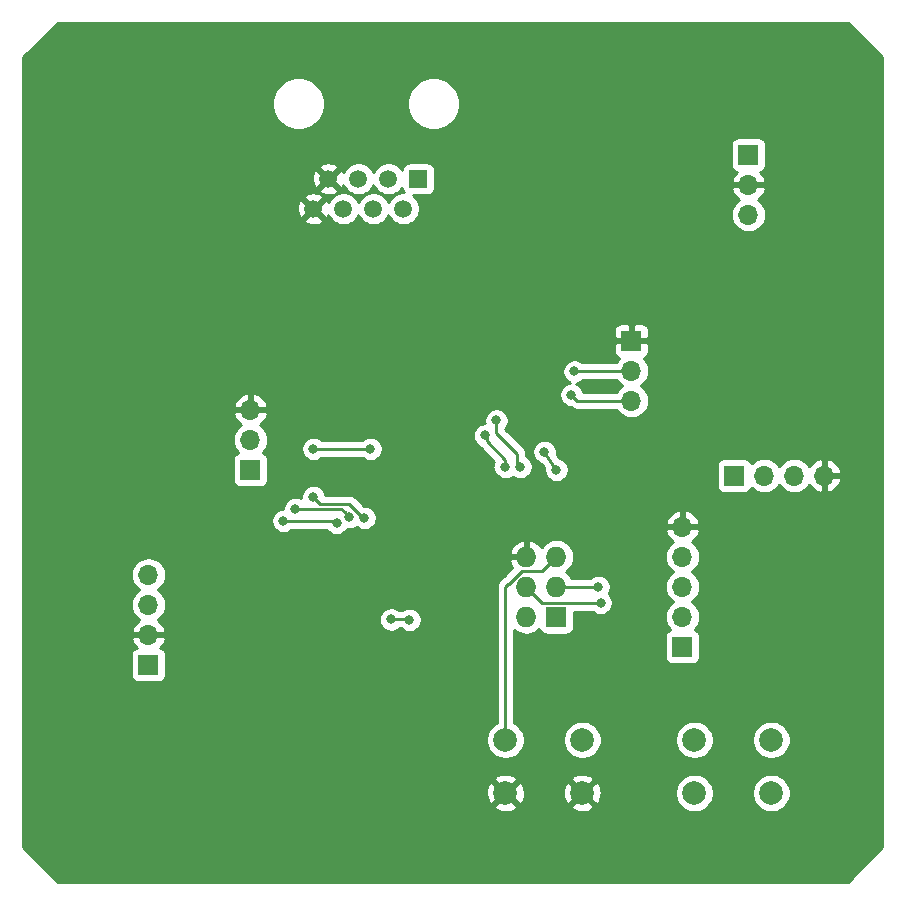
<source format=gbr>
G04 #@! TF.GenerationSoftware,KiCad,Pcbnew,(5.1.2-1)-1*
G04 #@! TF.CreationDate,2019-08-08T23:38:45+01:00*
G04 #@! TF.ProjectId,ACNodeReader_Debug,41434e6f-6465-4526-9561-6465725f4465,rev?*
G04 #@! TF.SameCoordinates,Original*
G04 #@! TF.FileFunction,Copper,L2,Bot*
G04 #@! TF.FilePolarity,Positive*
%FSLAX46Y46*%
G04 Gerber Fmt 4.6, Leading zero omitted, Abs format (unit mm)*
G04 Created by KiCad (PCBNEW (5.1.2-1)-1) date 2019-08-08 23:38:45*
%MOMM*%
%LPD*%
G04 APERTURE LIST*
%ADD10C,2.000000*%
%ADD11O,1.700000X1.700000*%
%ADD12R,1.700000X1.700000*%
%ADD13O,1.727200X1.727200*%
%ADD14R,1.727200X1.727200*%
%ADD15C,1.500000*%
%ADD16R,1.500000X1.500000*%
%ADD17C,0.800000*%
%ADD18C,0.250000*%
%ADD19C,0.254000*%
G04 APERTURE END LIST*
D10*
X179474000Y-116840000D03*
X179474000Y-121340000D03*
X172974000Y-116840000D03*
X172974000Y-121340000D03*
X163472000Y-116840000D03*
X163472000Y-121340000D03*
X156972000Y-116840000D03*
X156972000Y-121340000D03*
D11*
X177546000Y-72390000D03*
X177546000Y-69850000D03*
D12*
X177546000Y-67310000D03*
D11*
X171958000Y-98806000D03*
X171958000Y-101346000D03*
X171958000Y-103886000D03*
X171958000Y-106426000D03*
D12*
X171958000Y-108966000D03*
D11*
X135382000Y-88900000D03*
X135382000Y-91440000D03*
D12*
X135382000Y-93980000D03*
D11*
X126746000Y-102870000D03*
X126746000Y-105410000D03*
X126746000Y-107950000D03*
D12*
X126746000Y-110490000D03*
D11*
X167640000Y-88138000D03*
X167640000Y-85598000D03*
D12*
X167640000Y-83058000D03*
D11*
X183946800Y-94462600D03*
X181406800Y-94462600D03*
X178866800Y-94462600D03*
D12*
X176326800Y-94462600D03*
D13*
X158750000Y-101346000D03*
X161290000Y-101346000D03*
X158750000Y-103886000D03*
X161290000Y-103886000D03*
X158750000Y-106426000D03*
D14*
X161290000Y-106426000D03*
D15*
X140716000Y-71882000D03*
X141986000Y-69342000D03*
X143256000Y-71882000D03*
X144526000Y-69342000D03*
X145796000Y-71882000D03*
X147066000Y-69342000D03*
X148336000Y-71882000D03*
D16*
X149606000Y-69342000D03*
D17*
X164515800Y-89611200D03*
X165481000Y-89687400D03*
X165481000Y-84201000D03*
X164353000Y-84287600D03*
X164353000Y-86781398D03*
X165481000Y-86817200D03*
X143256000Y-93472000D03*
X143002000Y-91186000D03*
X144272000Y-91186000D03*
X144272000Y-93472000D03*
X135382000Y-84836000D03*
X146812000Y-91186000D03*
X135382000Y-105918000D03*
X136144000Y-101346000D03*
X155702000Y-94488000D03*
X147320000Y-93472000D03*
X173990000Y-75692000D03*
X173177200Y-62915800D03*
X152654000Y-97858990D03*
X142646400Y-99898198D03*
X155000000Y-112500000D03*
X155000000Y-115000000D03*
X158500000Y-115000000D03*
X158500000Y-112500000D03*
X158211116Y-110961010D03*
X154712532Y-110961010D03*
X160274000Y-92456000D03*
X161290000Y-93980000D03*
X147288000Y-106648000D03*
X148844000Y-106680000D03*
X165018601Y-105237399D03*
X164846000Y-103886000D03*
X158242000Y-93726000D03*
X162560000Y-87630000D03*
X156210000Y-89790000D03*
X156972000Y-93726000D03*
X155244800Y-91059000D03*
X162814000Y-85648800D03*
X145542000Y-92202000D03*
X140716000Y-92202000D03*
X138176000Y-98298000D03*
X142668467Y-98478380D03*
X139192000Y-97282000D03*
X143764000Y-97993200D03*
X140716000Y-96266000D03*
X145034000Y-98044000D03*
D18*
X165404800Y-89687400D02*
X165481000Y-89687400D01*
X161290000Y-93980000D02*
X160274000Y-92456000D01*
X160426401Y-102209599D02*
X161290000Y-101346000D01*
X160101399Y-102534601D02*
X160426401Y-102209599D01*
X158342269Y-102534601D02*
X160101399Y-102534601D01*
X157244870Y-103632000D02*
X158342269Y-102534601D01*
X157226000Y-103632000D02*
X157244870Y-103632000D01*
X156972000Y-103886000D02*
X157226000Y-103632000D01*
X156972000Y-116840000D02*
X156972000Y-103886000D01*
X147288000Y-106648000D02*
X148812000Y-106648000D01*
X148812000Y-106648000D02*
X148844000Y-106680000D01*
X158750000Y-103886000D02*
X160101399Y-105237399D01*
X160101399Y-105237399D02*
X165018601Y-105237399D01*
X164846000Y-103886000D02*
X162306000Y-103886000D01*
X161290000Y-103886000D02*
X162306000Y-103886000D01*
X156210000Y-90864081D02*
X157988000Y-92642081D01*
X156210000Y-89662000D02*
X156210000Y-89790000D01*
X157988000Y-93472000D02*
X158242000Y-93726000D01*
X157988000Y-92642081D02*
X157988000Y-93472000D01*
X163068000Y-88138000D02*
X167640000Y-88138000D01*
X162560000Y-87630000D02*
X163068000Y-88138000D01*
X156210000Y-89790000D02*
X156210000Y-90864081D01*
X156634000Y-93726000D02*
X156972000Y-93726000D01*
X156972000Y-93160315D02*
X155371800Y-91560115D01*
X156972000Y-93726000D02*
X156972000Y-93160315D01*
X155371800Y-91186000D02*
X155244800Y-91059000D01*
X155371800Y-91560115D02*
X155371800Y-91186000D01*
X167589200Y-85648800D02*
X167640000Y-85598000D01*
X162814000Y-85648800D02*
X167589200Y-85648800D01*
X145542000Y-92202000D02*
X140716000Y-92202000D01*
X142488087Y-98298000D02*
X142668467Y-98478380D01*
X138176000Y-98298000D02*
X142488087Y-98298000D01*
X139192000Y-97282000D02*
X143052800Y-97282000D01*
X143052800Y-97282000D02*
X143364001Y-97593201D01*
X143364001Y-97593201D02*
X143764000Y-97993200D01*
X141281990Y-96831990D02*
X143720390Y-96831990D01*
X140716000Y-96266000D02*
X141281990Y-96831990D01*
X143720390Y-96831990D02*
X144653000Y-97764600D01*
X144754600Y-97764600D02*
X145034000Y-98044000D01*
X144653000Y-97764600D02*
X144754600Y-97764600D01*
D19*
G36*
X188873000Y-59052606D02*
G01*
X188873000Y-125947394D01*
X185947394Y-128873000D01*
X119052606Y-128873000D01*
X116127000Y-125947394D01*
X116127000Y-122475413D01*
X156016192Y-122475413D01*
X156111956Y-122739814D01*
X156401571Y-122880704D01*
X156713108Y-122962384D01*
X157034595Y-122981718D01*
X157353675Y-122937961D01*
X157658088Y-122832795D01*
X157832044Y-122739814D01*
X157927808Y-122475413D01*
X162516192Y-122475413D01*
X162611956Y-122739814D01*
X162901571Y-122880704D01*
X163213108Y-122962384D01*
X163534595Y-122981718D01*
X163853675Y-122937961D01*
X164158088Y-122832795D01*
X164332044Y-122739814D01*
X164427808Y-122475413D01*
X163472000Y-121519605D01*
X162516192Y-122475413D01*
X157927808Y-122475413D01*
X156972000Y-121519605D01*
X156016192Y-122475413D01*
X116127000Y-122475413D01*
X116127000Y-121402595D01*
X155330282Y-121402595D01*
X155374039Y-121721675D01*
X155479205Y-122026088D01*
X155572186Y-122200044D01*
X155836587Y-122295808D01*
X156792395Y-121340000D01*
X157151605Y-121340000D01*
X158107413Y-122295808D01*
X158371814Y-122200044D01*
X158512704Y-121910429D01*
X158594384Y-121598892D01*
X158606189Y-121402595D01*
X161830282Y-121402595D01*
X161874039Y-121721675D01*
X161979205Y-122026088D01*
X162072186Y-122200044D01*
X162336587Y-122295808D01*
X163292395Y-121340000D01*
X163651605Y-121340000D01*
X164607413Y-122295808D01*
X164871814Y-122200044D01*
X165012704Y-121910429D01*
X165094384Y-121598892D01*
X165113718Y-121277405D01*
X165100219Y-121178967D01*
X171339000Y-121178967D01*
X171339000Y-121501033D01*
X171401832Y-121816912D01*
X171525082Y-122114463D01*
X171704013Y-122382252D01*
X171931748Y-122609987D01*
X172199537Y-122788918D01*
X172497088Y-122912168D01*
X172812967Y-122975000D01*
X173135033Y-122975000D01*
X173450912Y-122912168D01*
X173748463Y-122788918D01*
X174016252Y-122609987D01*
X174243987Y-122382252D01*
X174422918Y-122114463D01*
X174546168Y-121816912D01*
X174609000Y-121501033D01*
X174609000Y-121178967D01*
X177839000Y-121178967D01*
X177839000Y-121501033D01*
X177901832Y-121816912D01*
X178025082Y-122114463D01*
X178204013Y-122382252D01*
X178431748Y-122609987D01*
X178699537Y-122788918D01*
X178997088Y-122912168D01*
X179312967Y-122975000D01*
X179635033Y-122975000D01*
X179950912Y-122912168D01*
X180248463Y-122788918D01*
X180516252Y-122609987D01*
X180743987Y-122382252D01*
X180922918Y-122114463D01*
X181046168Y-121816912D01*
X181109000Y-121501033D01*
X181109000Y-121178967D01*
X181046168Y-120863088D01*
X180922918Y-120565537D01*
X180743987Y-120297748D01*
X180516252Y-120070013D01*
X180248463Y-119891082D01*
X179950912Y-119767832D01*
X179635033Y-119705000D01*
X179312967Y-119705000D01*
X178997088Y-119767832D01*
X178699537Y-119891082D01*
X178431748Y-120070013D01*
X178204013Y-120297748D01*
X178025082Y-120565537D01*
X177901832Y-120863088D01*
X177839000Y-121178967D01*
X174609000Y-121178967D01*
X174546168Y-120863088D01*
X174422918Y-120565537D01*
X174243987Y-120297748D01*
X174016252Y-120070013D01*
X173748463Y-119891082D01*
X173450912Y-119767832D01*
X173135033Y-119705000D01*
X172812967Y-119705000D01*
X172497088Y-119767832D01*
X172199537Y-119891082D01*
X171931748Y-120070013D01*
X171704013Y-120297748D01*
X171525082Y-120565537D01*
X171401832Y-120863088D01*
X171339000Y-121178967D01*
X165100219Y-121178967D01*
X165069961Y-120958325D01*
X164964795Y-120653912D01*
X164871814Y-120479956D01*
X164607413Y-120384192D01*
X163651605Y-121340000D01*
X163292395Y-121340000D01*
X162336587Y-120384192D01*
X162072186Y-120479956D01*
X161931296Y-120769571D01*
X161849616Y-121081108D01*
X161830282Y-121402595D01*
X158606189Y-121402595D01*
X158613718Y-121277405D01*
X158569961Y-120958325D01*
X158464795Y-120653912D01*
X158371814Y-120479956D01*
X158107413Y-120384192D01*
X157151605Y-121340000D01*
X156792395Y-121340000D01*
X155836587Y-120384192D01*
X155572186Y-120479956D01*
X155431296Y-120769571D01*
X155349616Y-121081108D01*
X155330282Y-121402595D01*
X116127000Y-121402595D01*
X116127000Y-120204587D01*
X156016192Y-120204587D01*
X156972000Y-121160395D01*
X157927808Y-120204587D01*
X162516192Y-120204587D01*
X163472000Y-121160395D01*
X164427808Y-120204587D01*
X164332044Y-119940186D01*
X164042429Y-119799296D01*
X163730892Y-119717616D01*
X163409405Y-119698282D01*
X163090325Y-119742039D01*
X162785912Y-119847205D01*
X162611956Y-119940186D01*
X162516192Y-120204587D01*
X157927808Y-120204587D01*
X157832044Y-119940186D01*
X157542429Y-119799296D01*
X157230892Y-119717616D01*
X156909405Y-119698282D01*
X156590325Y-119742039D01*
X156285912Y-119847205D01*
X156111956Y-119940186D01*
X156016192Y-120204587D01*
X116127000Y-120204587D01*
X116127000Y-116678967D01*
X155337000Y-116678967D01*
X155337000Y-117001033D01*
X155399832Y-117316912D01*
X155523082Y-117614463D01*
X155702013Y-117882252D01*
X155929748Y-118109987D01*
X156197537Y-118288918D01*
X156495088Y-118412168D01*
X156810967Y-118475000D01*
X157133033Y-118475000D01*
X157448912Y-118412168D01*
X157746463Y-118288918D01*
X158014252Y-118109987D01*
X158241987Y-117882252D01*
X158420918Y-117614463D01*
X158544168Y-117316912D01*
X158607000Y-117001033D01*
X158607000Y-116678967D01*
X161837000Y-116678967D01*
X161837000Y-117001033D01*
X161899832Y-117316912D01*
X162023082Y-117614463D01*
X162202013Y-117882252D01*
X162429748Y-118109987D01*
X162697537Y-118288918D01*
X162995088Y-118412168D01*
X163310967Y-118475000D01*
X163633033Y-118475000D01*
X163948912Y-118412168D01*
X164246463Y-118288918D01*
X164514252Y-118109987D01*
X164741987Y-117882252D01*
X164920918Y-117614463D01*
X165044168Y-117316912D01*
X165107000Y-117001033D01*
X165107000Y-116678967D01*
X171339000Y-116678967D01*
X171339000Y-117001033D01*
X171401832Y-117316912D01*
X171525082Y-117614463D01*
X171704013Y-117882252D01*
X171931748Y-118109987D01*
X172199537Y-118288918D01*
X172497088Y-118412168D01*
X172812967Y-118475000D01*
X173135033Y-118475000D01*
X173450912Y-118412168D01*
X173748463Y-118288918D01*
X174016252Y-118109987D01*
X174243987Y-117882252D01*
X174422918Y-117614463D01*
X174546168Y-117316912D01*
X174609000Y-117001033D01*
X174609000Y-116678967D01*
X177839000Y-116678967D01*
X177839000Y-117001033D01*
X177901832Y-117316912D01*
X178025082Y-117614463D01*
X178204013Y-117882252D01*
X178431748Y-118109987D01*
X178699537Y-118288918D01*
X178997088Y-118412168D01*
X179312967Y-118475000D01*
X179635033Y-118475000D01*
X179950912Y-118412168D01*
X180248463Y-118288918D01*
X180516252Y-118109987D01*
X180743987Y-117882252D01*
X180922918Y-117614463D01*
X181046168Y-117316912D01*
X181109000Y-117001033D01*
X181109000Y-116678967D01*
X181046168Y-116363088D01*
X180922918Y-116065537D01*
X180743987Y-115797748D01*
X180516252Y-115570013D01*
X180248463Y-115391082D01*
X179950912Y-115267832D01*
X179635033Y-115205000D01*
X179312967Y-115205000D01*
X178997088Y-115267832D01*
X178699537Y-115391082D01*
X178431748Y-115570013D01*
X178204013Y-115797748D01*
X178025082Y-116065537D01*
X177901832Y-116363088D01*
X177839000Y-116678967D01*
X174609000Y-116678967D01*
X174546168Y-116363088D01*
X174422918Y-116065537D01*
X174243987Y-115797748D01*
X174016252Y-115570013D01*
X173748463Y-115391082D01*
X173450912Y-115267832D01*
X173135033Y-115205000D01*
X172812967Y-115205000D01*
X172497088Y-115267832D01*
X172199537Y-115391082D01*
X171931748Y-115570013D01*
X171704013Y-115797748D01*
X171525082Y-116065537D01*
X171401832Y-116363088D01*
X171339000Y-116678967D01*
X165107000Y-116678967D01*
X165044168Y-116363088D01*
X164920918Y-116065537D01*
X164741987Y-115797748D01*
X164514252Y-115570013D01*
X164246463Y-115391082D01*
X163948912Y-115267832D01*
X163633033Y-115205000D01*
X163310967Y-115205000D01*
X162995088Y-115267832D01*
X162697537Y-115391082D01*
X162429748Y-115570013D01*
X162202013Y-115797748D01*
X162023082Y-116065537D01*
X161899832Y-116363088D01*
X161837000Y-116678967D01*
X158607000Y-116678967D01*
X158544168Y-116363088D01*
X158420918Y-116065537D01*
X158241987Y-115797748D01*
X158014252Y-115570013D01*
X157746463Y-115391082D01*
X157732000Y-115385091D01*
X157732000Y-107529202D01*
X157913394Y-107678069D01*
X158173736Y-107817225D01*
X158456223Y-107902916D01*
X158676381Y-107924600D01*
X158823619Y-107924600D01*
X159043777Y-107902916D01*
X159326264Y-107817225D01*
X159586606Y-107678069D01*
X159814797Y-107490797D01*
X159821414Y-107482735D01*
X159836898Y-107533780D01*
X159895863Y-107644094D01*
X159975215Y-107740785D01*
X160071906Y-107820137D01*
X160182220Y-107879102D01*
X160301918Y-107915412D01*
X160426400Y-107927672D01*
X162153600Y-107927672D01*
X162278082Y-107915412D01*
X162397780Y-107879102D01*
X162508094Y-107820137D01*
X162604785Y-107740785D01*
X162684137Y-107644094D01*
X162743102Y-107533780D01*
X162779412Y-107414082D01*
X162791672Y-107289600D01*
X162791672Y-105997399D01*
X164314890Y-105997399D01*
X164358827Y-106041336D01*
X164528345Y-106154604D01*
X164716703Y-106232625D01*
X164916662Y-106272399D01*
X165120540Y-106272399D01*
X165320499Y-106232625D01*
X165508857Y-106154604D01*
X165678375Y-106041336D01*
X165822538Y-105897173D01*
X165935806Y-105727655D01*
X166013827Y-105539297D01*
X166053601Y-105339338D01*
X166053601Y-105135460D01*
X166013827Y-104935501D01*
X165935806Y-104747143D01*
X165822538Y-104577625D01*
X165706313Y-104461400D01*
X165763205Y-104376256D01*
X165841226Y-104187898D01*
X165881000Y-103987939D01*
X165881000Y-103784061D01*
X165841226Y-103584102D01*
X165763205Y-103395744D01*
X165649937Y-103226226D01*
X165505774Y-103082063D01*
X165336256Y-102968795D01*
X165147898Y-102890774D01*
X164947939Y-102851000D01*
X164744061Y-102851000D01*
X164544102Y-102890774D01*
X164355744Y-102968795D01*
X164186226Y-103082063D01*
X164142289Y-103126000D01*
X162583016Y-103126000D01*
X162542069Y-103049394D01*
X162354797Y-102821203D01*
X162126606Y-102633931D01*
X162093060Y-102616000D01*
X162126606Y-102598069D01*
X162354797Y-102410797D01*
X162542069Y-102182606D01*
X162681225Y-101922264D01*
X162766916Y-101639777D01*
X162795851Y-101346000D01*
X170465815Y-101346000D01*
X170494487Y-101637111D01*
X170579401Y-101917034D01*
X170717294Y-102175014D01*
X170902866Y-102401134D01*
X171128986Y-102586706D01*
X171183791Y-102616000D01*
X171128986Y-102645294D01*
X170902866Y-102830866D01*
X170717294Y-103056986D01*
X170579401Y-103314966D01*
X170494487Y-103594889D01*
X170465815Y-103886000D01*
X170494487Y-104177111D01*
X170579401Y-104457034D01*
X170717294Y-104715014D01*
X170902866Y-104941134D01*
X171128986Y-105126706D01*
X171183791Y-105156000D01*
X171128986Y-105185294D01*
X170902866Y-105370866D01*
X170717294Y-105596986D01*
X170579401Y-105854966D01*
X170494487Y-106134889D01*
X170465815Y-106426000D01*
X170494487Y-106717111D01*
X170579401Y-106997034D01*
X170717294Y-107255014D01*
X170902866Y-107481134D01*
X170932687Y-107505607D01*
X170863820Y-107526498D01*
X170753506Y-107585463D01*
X170656815Y-107664815D01*
X170577463Y-107761506D01*
X170518498Y-107871820D01*
X170482188Y-107991518D01*
X170469928Y-108116000D01*
X170469928Y-109816000D01*
X170482188Y-109940482D01*
X170518498Y-110060180D01*
X170577463Y-110170494D01*
X170656815Y-110267185D01*
X170753506Y-110346537D01*
X170863820Y-110405502D01*
X170983518Y-110441812D01*
X171108000Y-110454072D01*
X172808000Y-110454072D01*
X172932482Y-110441812D01*
X173052180Y-110405502D01*
X173162494Y-110346537D01*
X173259185Y-110267185D01*
X173338537Y-110170494D01*
X173397502Y-110060180D01*
X173433812Y-109940482D01*
X173446072Y-109816000D01*
X173446072Y-108116000D01*
X173433812Y-107991518D01*
X173397502Y-107871820D01*
X173338537Y-107761506D01*
X173259185Y-107664815D01*
X173162494Y-107585463D01*
X173052180Y-107526498D01*
X172983313Y-107505607D01*
X173013134Y-107481134D01*
X173198706Y-107255014D01*
X173336599Y-106997034D01*
X173421513Y-106717111D01*
X173450185Y-106426000D01*
X173421513Y-106134889D01*
X173336599Y-105854966D01*
X173198706Y-105596986D01*
X173013134Y-105370866D01*
X172787014Y-105185294D01*
X172732209Y-105156000D01*
X172787014Y-105126706D01*
X173013134Y-104941134D01*
X173198706Y-104715014D01*
X173336599Y-104457034D01*
X173421513Y-104177111D01*
X173450185Y-103886000D01*
X173421513Y-103594889D01*
X173336599Y-103314966D01*
X173198706Y-103056986D01*
X173013134Y-102830866D01*
X172787014Y-102645294D01*
X172732209Y-102616000D01*
X172787014Y-102586706D01*
X173013134Y-102401134D01*
X173198706Y-102175014D01*
X173336599Y-101917034D01*
X173421513Y-101637111D01*
X173450185Y-101346000D01*
X173421513Y-101054889D01*
X173336599Y-100774966D01*
X173198706Y-100516986D01*
X173013134Y-100290866D01*
X172787014Y-100105294D01*
X172722477Y-100070799D01*
X172839355Y-100001178D01*
X173055588Y-99806269D01*
X173229641Y-99572920D01*
X173354825Y-99310099D01*
X173399476Y-99162890D01*
X173278155Y-98933000D01*
X172085000Y-98933000D01*
X172085000Y-98953000D01*
X171831000Y-98953000D01*
X171831000Y-98933000D01*
X170637845Y-98933000D01*
X170516524Y-99162890D01*
X170561175Y-99310099D01*
X170686359Y-99572920D01*
X170860412Y-99806269D01*
X171076645Y-100001178D01*
X171193523Y-100070799D01*
X171128986Y-100105294D01*
X170902866Y-100290866D01*
X170717294Y-100516986D01*
X170579401Y-100774966D01*
X170494487Y-101054889D01*
X170465815Y-101346000D01*
X162795851Y-101346000D01*
X162766916Y-101052223D01*
X162681225Y-100769736D01*
X162542069Y-100509394D01*
X162354797Y-100281203D01*
X162126606Y-100093931D01*
X161866264Y-99954775D01*
X161583777Y-99869084D01*
X161363619Y-99847400D01*
X161216381Y-99847400D01*
X160996223Y-99869084D01*
X160713736Y-99954775D01*
X160453394Y-100093931D01*
X160225203Y-100281203D01*
X160037931Y-100509394D01*
X160016530Y-100549433D01*
X159856854Y-100335707D01*
X159638488Y-100139183D01*
X159385978Y-99989036D01*
X159109027Y-99891037D01*
X158877000Y-100011536D01*
X158877000Y-101219000D01*
X158897000Y-101219000D01*
X158897000Y-101473000D01*
X158877000Y-101473000D01*
X158877000Y-101493000D01*
X158623000Y-101493000D01*
X158623000Y-101473000D01*
X157416183Y-101473000D01*
X157295042Y-101705026D01*
X157340778Y-101855814D01*
X157467316Y-102120944D01*
X157558746Y-102243323D01*
X156808854Y-102993215D01*
X156801724Y-102997026D01*
X156685999Y-103091999D01*
X156662196Y-103121003D01*
X156460998Y-103322201D01*
X156432000Y-103345999D01*
X156408202Y-103374997D01*
X156408201Y-103374998D01*
X156337026Y-103461724D01*
X156266454Y-103593754D01*
X156222998Y-103737015D01*
X156208324Y-103886000D01*
X156212001Y-103923332D01*
X156212000Y-115385091D01*
X156197537Y-115391082D01*
X155929748Y-115570013D01*
X155702013Y-115797748D01*
X155523082Y-116065537D01*
X155399832Y-116363088D01*
X155337000Y-116678967D01*
X116127000Y-116678967D01*
X116127000Y-109640000D01*
X125257928Y-109640000D01*
X125257928Y-111340000D01*
X125270188Y-111464482D01*
X125306498Y-111584180D01*
X125365463Y-111694494D01*
X125444815Y-111791185D01*
X125541506Y-111870537D01*
X125651820Y-111929502D01*
X125771518Y-111965812D01*
X125896000Y-111978072D01*
X127596000Y-111978072D01*
X127720482Y-111965812D01*
X127840180Y-111929502D01*
X127950494Y-111870537D01*
X128047185Y-111791185D01*
X128126537Y-111694494D01*
X128185502Y-111584180D01*
X128221812Y-111464482D01*
X128234072Y-111340000D01*
X128234072Y-109640000D01*
X128221812Y-109515518D01*
X128185502Y-109395820D01*
X128126537Y-109285506D01*
X128047185Y-109188815D01*
X127950494Y-109109463D01*
X127840180Y-109050498D01*
X127759534Y-109026034D01*
X127843588Y-108950269D01*
X128017641Y-108716920D01*
X128142825Y-108454099D01*
X128187476Y-108306890D01*
X128066155Y-108077000D01*
X126873000Y-108077000D01*
X126873000Y-108097000D01*
X126619000Y-108097000D01*
X126619000Y-108077000D01*
X125425845Y-108077000D01*
X125304524Y-108306890D01*
X125349175Y-108454099D01*
X125474359Y-108716920D01*
X125648412Y-108950269D01*
X125732466Y-109026034D01*
X125651820Y-109050498D01*
X125541506Y-109109463D01*
X125444815Y-109188815D01*
X125365463Y-109285506D01*
X125306498Y-109395820D01*
X125270188Y-109515518D01*
X125257928Y-109640000D01*
X116127000Y-109640000D01*
X116127000Y-102870000D01*
X125253815Y-102870000D01*
X125282487Y-103161111D01*
X125367401Y-103441034D01*
X125505294Y-103699014D01*
X125690866Y-103925134D01*
X125916986Y-104110706D01*
X125971791Y-104140000D01*
X125916986Y-104169294D01*
X125690866Y-104354866D01*
X125505294Y-104580986D01*
X125367401Y-104838966D01*
X125282487Y-105118889D01*
X125253815Y-105410000D01*
X125282487Y-105701111D01*
X125367401Y-105981034D01*
X125505294Y-106239014D01*
X125690866Y-106465134D01*
X125916986Y-106650706D01*
X125981523Y-106685201D01*
X125864645Y-106754822D01*
X125648412Y-106949731D01*
X125474359Y-107183080D01*
X125349175Y-107445901D01*
X125304524Y-107593110D01*
X125425845Y-107823000D01*
X126619000Y-107823000D01*
X126619000Y-107803000D01*
X126873000Y-107803000D01*
X126873000Y-107823000D01*
X128066155Y-107823000D01*
X128187476Y-107593110D01*
X128142825Y-107445901D01*
X128017641Y-107183080D01*
X127843588Y-106949731D01*
X127627355Y-106754822D01*
X127510477Y-106685201D01*
X127575014Y-106650706D01*
X127702524Y-106546061D01*
X146253000Y-106546061D01*
X146253000Y-106749939D01*
X146292774Y-106949898D01*
X146370795Y-107138256D01*
X146484063Y-107307774D01*
X146628226Y-107451937D01*
X146797744Y-107565205D01*
X146986102Y-107643226D01*
X147186061Y-107683000D01*
X147389939Y-107683000D01*
X147589898Y-107643226D01*
X147778256Y-107565205D01*
X147947774Y-107451937D01*
X147991711Y-107408000D01*
X148108289Y-107408000D01*
X148184226Y-107483937D01*
X148353744Y-107597205D01*
X148542102Y-107675226D01*
X148742061Y-107715000D01*
X148945939Y-107715000D01*
X149145898Y-107675226D01*
X149334256Y-107597205D01*
X149503774Y-107483937D01*
X149647937Y-107339774D01*
X149761205Y-107170256D01*
X149839226Y-106981898D01*
X149879000Y-106781939D01*
X149879000Y-106578061D01*
X149839226Y-106378102D01*
X149761205Y-106189744D01*
X149647937Y-106020226D01*
X149503774Y-105876063D01*
X149334256Y-105762795D01*
X149145898Y-105684774D01*
X148945939Y-105645000D01*
X148742061Y-105645000D01*
X148542102Y-105684774D01*
X148353744Y-105762795D01*
X148184226Y-105876063D01*
X148172289Y-105888000D01*
X147991711Y-105888000D01*
X147947774Y-105844063D01*
X147778256Y-105730795D01*
X147589898Y-105652774D01*
X147389939Y-105613000D01*
X147186061Y-105613000D01*
X146986102Y-105652774D01*
X146797744Y-105730795D01*
X146628226Y-105844063D01*
X146484063Y-105988226D01*
X146370795Y-106157744D01*
X146292774Y-106346102D01*
X146253000Y-106546061D01*
X127702524Y-106546061D01*
X127801134Y-106465134D01*
X127986706Y-106239014D01*
X128124599Y-105981034D01*
X128209513Y-105701111D01*
X128238185Y-105410000D01*
X128209513Y-105118889D01*
X128124599Y-104838966D01*
X127986706Y-104580986D01*
X127801134Y-104354866D01*
X127575014Y-104169294D01*
X127520209Y-104140000D01*
X127575014Y-104110706D01*
X127801134Y-103925134D01*
X127986706Y-103699014D01*
X128124599Y-103441034D01*
X128209513Y-103161111D01*
X128238185Y-102870000D01*
X128209513Y-102578889D01*
X128124599Y-102298966D01*
X127986706Y-102040986D01*
X127801134Y-101814866D01*
X127575014Y-101629294D01*
X127317034Y-101491401D01*
X127037111Y-101406487D01*
X126818950Y-101385000D01*
X126673050Y-101385000D01*
X126454889Y-101406487D01*
X126174966Y-101491401D01*
X125916986Y-101629294D01*
X125690866Y-101814866D01*
X125505294Y-102040986D01*
X125367401Y-102298966D01*
X125282487Y-102578889D01*
X125253815Y-102870000D01*
X116127000Y-102870000D01*
X116127000Y-100986974D01*
X157295042Y-100986974D01*
X157416183Y-101219000D01*
X158623000Y-101219000D01*
X158623000Y-100011536D01*
X158390973Y-99891037D01*
X158114022Y-99989036D01*
X157861512Y-100139183D01*
X157643146Y-100335707D01*
X157467316Y-100571056D01*
X157340778Y-100836186D01*
X157295042Y-100986974D01*
X116127000Y-100986974D01*
X116127000Y-98196061D01*
X137141000Y-98196061D01*
X137141000Y-98399939D01*
X137180774Y-98599898D01*
X137258795Y-98788256D01*
X137372063Y-98957774D01*
X137516226Y-99101937D01*
X137685744Y-99215205D01*
X137874102Y-99293226D01*
X138074061Y-99333000D01*
X138277939Y-99333000D01*
X138477898Y-99293226D01*
X138666256Y-99215205D01*
X138835774Y-99101937D01*
X138879711Y-99058000D01*
X141810973Y-99058000D01*
X141864530Y-99138154D01*
X142008693Y-99282317D01*
X142178211Y-99395585D01*
X142366569Y-99473606D01*
X142566528Y-99513380D01*
X142770406Y-99513380D01*
X142970365Y-99473606D01*
X143158723Y-99395585D01*
X143328241Y-99282317D01*
X143472404Y-99138154D01*
X143559503Y-99007800D01*
X143662061Y-99028200D01*
X143865939Y-99028200D01*
X144065898Y-98988426D01*
X144254256Y-98910405D01*
X144363620Y-98837331D01*
X144374226Y-98847937D01*
X144543744Y-98961205D01*
X144732102Y-99039226D01*
X144932061Y-99079000D01*
X145135939Y-99079000D01*
X145335898Y-99039226D01*
X145524256Y-98961205D01*
X145693774Y-98847937D01*
X145837937Y-98703774D01*
X145951205Y-98534256D01*
X145986473Y-98449110D01*
X170516524Y-98449110D01*
X170637845Y-98679000D01*
X171831000Y-98679000D01*
X171831000Y-97485186D01*
X172085000Y-97485186D01*
X172085000Y-98679000D01*
X173278155Y-98679000D01*
X173399476Y-98449110D01*
X173354825Y-98301901D01*
X173229641Y-98039080D01*
X173055588Y-97805731D01*
X172839355Y-97610822D01*
X172589252Y-97461843D01*
X172314891Y-97364519D01*
X172085000Y-97485186D01*
X171831000Y-97485186D01*
X171601109Y-97364519D01*
X171326748Y-97461843D01*
X171076645Y-97610822D01*
X170860412Y-97805731D01*
X170686359Y-98039080D01*
X170561175Y-98301901D01*
X170516524Y-98449110D01*
X145986473Y-98449110D01*
X146029226Y-98345898D01*
X146069000Y-98145939D01*
X146069000Y-97942061D01*
X146029226Y-97742102D01*
X145951205Y-97553744D01*
X145837937Y-97384226D01*
X145693774Y-97240063D01*
X145524256Y-97126795D01*
X145335898Y-97048774D01*
X145135939Y-97009000D01*
X144972202Y-97009000D01*
X144284194Y-96320992D01*
X144260391Y-96291989D01*
X144144666Y-96197016D01*
X144012637Y-96126444D01*
X143869376Y-96082987D01*
X143757723Y-96071990D01*
X143757712Y-96071990D01*
X143720390Y-96068314D01*
X143683068Y-96071990D01*
X141732686Y-96071990D01*
X141711226Y-95964102D01*
X141633205Y-95775744D01*
X141519937Y-95606226D01*
X141375774Y-95462063D01*
X141206256Y-95348795D01*
X141017898Y-95270774D01*
X140817939Y-95231000D01*
X140614061Y-95231000D01*
X140414102Y-95270774D01*
X140225744Y-95348795D01*
X140056226Y-95462063D01*
X139912063Y-95606226D01*
X139798795Y-95775744D01*
X139720774Y-95964102D01*
X139681000Y-96164061D01*
X139681000Y-96364275D01*
X139493898Y-96286774D01*
X139293939Y-96247000D01*
X139090061Y-96247000D01*
X138890102Y-96286774D01*
X138701744Y-96364795D01*
X138532226Y-96478063D01*
X138388063Y-96622226D01*
X138274795Y-96791744D01*
X138196774Y-96980102D01*
X138157000Y-97180061D01*
X138157000Y-97263000D01*
X138074061Y-97263000D01*
X137874102Y-97302774D01*
X137685744Y-97380795D01*
X137516226Y-97494063D01*
X137372063Y-97638226D01*
X137258795Y-97807744D01*
X137180774Y-97996102D01*
X137141000Y-98196061D01*
X116127000Y-98196061D01*
X116127000Y-91440000D01*
X133889815Y-91440000D01*
X133918487Y-91731111D01*
X134003401Y-92011034D01*
X134141294Y-92269014D01*
X134326866Y-92495134D01*
X134356687Y-92519607D01*
X134287820Y-92540498D01*
X134177506Y-92599463D01*
X134080815Y-92678815D01*
X134001463Y-92775506D01*
X133942498Y-92885820D01*
X133906188Y-93005518D01*
X133893928Y-93130000D01*
X133893928Y-94830000D01*
X133906188Y-94954482D01*
X133942498Y-95074180D01*
X134001463Y-95184494D01*
X134080815Y-95281185D01*
X134177506Y-95360537D01*
X134287820Y-95419502D01*
X134407518Y-95455812D01*
X134532000Y-95468072D01*
X136232000Y-95468072D01*
X136356482Y-95455812D01*
X136476180Y-95419502D01*
X136586494Y-95360537D01*
X136683185Y-95281185D01*
X136762537Y-95184494D01*
X136821502Y-95074180D01*
X136857812Y-94954482D01*
X136870072Y-94830000D01*
X136870072Y-93130000D01*
X136857812Y-93005518D01*
X136821502Y-92885820D01*
X136762537Y-92775506D01*
X136683185Y-92678815D01*
X136586494Y-92599463D01*
X136476180Y-92540498D01*
X136407313Y-92519607D01*
X136437134Y-92495134D01*
X136622706Y-92269014D01*
X136713013Y-92100061D01*
X139681000Y-92100061D01*
X139681000Y-92303939D01*
X139720774Y-92503898D01*
X139798795Y-92692256D01*
X139912063Y-92861774D01*
X140056226Y-93005937D01*
X140225744Y-93119205D01*
X140414102Y-93197226D01*
X140614061Y-93237000D01*
X140817939Y-93237000D01*
X141017898Y-93197226D01*
X141206256Y-93119205D01*
X141375774Y-93005937D01*
X141419711Y-92962000D01*
X144838289Y-92962000D01*
X144882226Y-93005937D01*
X145051744Y-93119205D01*
X145240102Y-93197226D01*
X145440061Y-93237000D01*
X145643939Y-93237000D01*
X145843898Y-93197226D01*
X146032256Y-93119205D01*
X146201774Y-93005937D01*
X146345937Y-92861774D01*
X146459205Y-92692256D01*
X146537226Y-92503898D01*
X146577000Y-92303939D01*
X146577000Y-92100061D01*
X146537226Y-91900102D01*
X146459205Y-91711744D01*
X146345937Y-91542226D01*
X146201774Y-91398063D01*
X146032256Y-91284795D01*
X145843898Y-91206774D01*
X145643939Y-91167000D01*
X145440061Y-91167000D01*
X145240102Y-91206774D01*
X145051744Y-91284795D01*
X144882226Y-91398063D01*
X144838289Y-91442000D01*
X141419711Y-91442000D01*
X141375774Y-91398063D01*
X141206256Y-91284795D01*
X141017898Y-91206774D01*
X140817939Y-91167000D01*
X140614061Y-91167000D01*
X140414102Y-91206774D01*
X140225744Y-91284795D01*
X140056226Y-91398063D01*
X139912063Y-91542226D01*
X139798795Y-91711744D01*
X139720774Y-91900102D01*
X139681000Y-92100061D01*
X136713013Y-92100061D01*
X136760599Y-92011034D01*
X136845513Y-91731111D01*
X136874185Y-91440000D01*
X136845513Y-91148889D01*
X136787323Y-90957061D01*
X154209800Y-90957061D01*
X154209800Y-91160939D01*
X154249574Y-91360898D01*
X154327595Y-91549256D01*
X154440863Y-91718774D01*
X154585026Y-91862937D01*
X154720176Y-91953241D01*
X154736826Y-91984391D01*
X154752398Y-92003365D01*
X154831799Y-92100116D01*
X154860803Y-92123919D01*
X156016867Y-93279984D01*
X155999026Y-93301724D01*
X155928454Y-93433753D01*
X155884997Y-93577014D01*
X155870323Y-93726000D01*
X155884997Y-93874986D01*
X155928454Y-94018247D01*
X155999026Y-94150276D01*
X156061896Y-94226883D01*
X156168063Y-94385774D01*
X156312226Y-94529937D01*
X156481744Y-94643205D01*
X156670102Y-94721226D01*
X156870061Y-94761000D01*
X157073939Y-94761000D01*
X157273898Y-94721226D01*
X157462256Y-94643205D01*
X157607000Y-94546490D01*
X157751744Y-94643205D01*
X157940102Y-94721226D01*
X158140061Y-94761000D01*
X158343939Y-94761000D01*
X158543898Y-94721226D01*
X158732256Y-94643205D01*
X158901774Y-94529937D01*
X159045937Y-94385774D01*
X159159205Y-94216256D01*
X159237226Y-94027898D01*
X159277000Y-93827939D01*
X159277000Y-93624061D01*
X159237226Y-93424102D01*
X159159205Y-93235744D01*
X159045937Y-93066226D01*
X158901774Y-92922063D01*
X158748000Y-92819315D01*
X158748000Y-92679406D01*
X158751676Y-92642081D01*
X158748000Y-92604756D01*
X158748000Y-92604748D01*
X158737003Y-92493095D01*
X158694829Y-92354061D01*
X159239000Y-92354061D01*
X159239000Y-92557939D01*
X159278774Y-92757898D01*
X159356795Y-92946256D01*
X159470063Y-93115774D01*
X159614226Y-93259937D01*
X159783744Y-93373205D01*
X159972102Y-93451226D01*
X160032024Y-93463145D01*
X160267325Y-93816097D01*
X160255000Y-93878061D01*
X160255000Y-94081939D01*
X160294774Y-94281898D01*
X160372795Y-94470256D01*
X160486063Y-94639774D01*
X160630226Y-94783937D01*
X160799744Y-94897205D01*
X160988102Y-94975226D01*
X161188061Y-95015000D01*
X161391939Y-95015000D01*
X161591898Y-94975226D01*
X161780256Y-94897205D01*
X161949774Y-94783937D01*
X162093937Y-94639774D01*
X162207205Y-94470256D01*
X162285226Y-94281898D01*
X162325000Y-94081939D01*
X162325000Y-93878061D01*
X162285226Y-93678102D01*
X162258094Y-93612600D01*
X174838728Y-93612600D01*
X174838728Y-95312600D01*
X174850988Y-95437082D01*
X174887298Y-95556780D01*
X174946263Y-95667094D01*
X175025615Y-95763785D01*
X175122306Y-95843137D01*
X175232620Y-95902102D01*
X175352318Y-95938412D01*
X175476800Y-95950672D01*
X177176800Y-95950672D01*
X177301282Y-95938412D01*
X177420980Y-95902102D01*
X177531294Y-95843137D01*
X177627985Y-95763785D01*
X177707337Y-95667094D01*
X177766302Y-95556780D01*
X177787193Y-95487913D01*
X177811666Y-95517734D01*
X178037786Y-95703306D01*
X178295766Y-95841199D01*
X178575689Y-95926113D01*
X178793850Y-95947600D01*
X178939750Y-95947600D01*
X179157911Y-95926113D01*
X179437834Y-95841199D01*
X179695814Y-95703306D01*
X179921934Y-95517734D01*
X180107506Y-95291614D01*
X180136800Y-95236809D01*
X180166094Y-95291614D01*
X180351666Y-95517734D01*
X180577786Y-95703306D01*
X180835766Y-95841199D01*
X181115689Y-95926113D01*
X181333850Y-95947600D01*
X181479750Y-95947600D01*
X181697911Y-95926113D01*
X181977834Y-95841199D01*
X182235814Y-95703306D01*
X182461934Y-95517734D01*
X182647506Y-95291614D01*
X182682001Y-95227077D01*
X182751622Y-95343955D01*
X182946531Y-95560188D01*
X183179880Y-95734241D01*
X183442701Y-95859425D01*
X183589910Y-95904076D01*
X183819800Y-95782755D01*
X183819800Y-94589600D01*
X184073800Y-94589600D01*
X184073800Y-95782755D01*
X184303690Y-95904076D01*
X184450899Y-95859425D01*
X184713720Y-95734241D01*
X184947069Y-95560188D01*
X185141978Y-95343955D01*
X185290957Y-95093852D01*
X185388281Y-94819491D01*
X185267614Y-94589600D01*
X184073800Y-94589600D01*
X183819800Y-94589600D01*
X183799800Y-94589600D01*
X183799800Y-94335600D01*
X183819800Y-94335600D01*
X183819800Y-93142445D01*
X184073800Y-93142445D01*
X184073800Y-94335600D01*
X185267614Y-94335600D01*
X185388281Y-94105709D01*
X185290957Y-93831348D01*
X185141978Y-93581245D01*
X184947069Y-93365012D01*
X184713720Y-93190959D01*
X184450899Y-93065775D01*
X184303690Y-93021124D01*
X184073800Y-93142445D01*
X183819800Y-93142445D01*
X183589910Y-93021124D01*
X183442701Y-93065775D01*
X183179880Y-93190959D01*
X182946531Y-93365012D01*
X182751622Y-93581245D01*
X182682001Y-93698123D01*
X182647506Y-93633586D01*
X182461934Y-93407466D01*
X182235814Y-93221894D01*
X181977834Y-93084001D01*
X181697911Y-92999087D01*
X181479750Y-92977600D01*
X181333850Y-92977600D01*
X181115689Y-92999087D01*
X180835766Y-93084001D01*
X180577786Y-93221894D01*
X180351666Y-93407466D01*
X180166094Y-93633586D01*
X180136800Y-93688391D01*
X180107506Y-93633586D01*
X179921934Y-93407466D01*
X179695814Y-93221894D01*
X179437834Y-93084001D01*
X179157911Y-92999087D01*
X178939750Y-92977600D01*
X178793850Y-92977600D01*
X178575689Y-92999087D01*
X178295766Y-93084001D01*
X178037786Y-93221894D01*
X177811666Y-93407466D01*
X177787193Y-93437287D01*
X177766302Y-93368420D01*
X177707337Y-93258106D01*
X177627985Y-93161415D01*
X177531294Y-93082063D01*
X177420980Y-93023098D01*
X177301282Y-92986788D01*
X177176800Y-92974528D01*
X175476800Y-92974528D01*
X175352318Y-92986788D01*
X175232620Y-93023098D01*
X175122306Y-93082063D01*
X175025615Y-93161415D01*
X174946263Y-93258106D01*
X174887298Y-93368420D01*
X174850988Y-93488118D01*
X174838728Y-93612600D01*
X162258094Y-93612600D01*
X162207205Y-93489744D01*
X162093937Y-93320226D01*
X161949774Y-93176063D01*
X161780256Y-93062795D01*
X161591898Y-92984774D01*
X161531976Y-92972855D01*
X161296675Y-92619903D01*
X161309000Y-92557939D01*
X161309000Y-92354061D01*
X161269226Y-92154102D01*
X161191205Y-91965744D01*
X161077937Y-91796226D01*
X160933774Y-91652063D01*
X160764256Y-91538795D01*
X160575898Y-91460774D01*
X160375939Y-91421000D01*
X160172061Y-91421000D01*
X159972102Y-91460774D01*
X159783744Y-91538795D01*
X159614226Y-91652063D01*
X159470063Y-91796226D01*
X159356795Y-91965744D01*
X159278774Y-92154102D01*
X159239000Y-92354061D01*
X158694829Y-92354061D01*
X158693546Y-92349834D01*
X158622974Y-92217805D01*
X158528001Y-92102080D01*
X158499004Y-92078283D01*
X156970000Y-90549280D01*
X156970000Y-90493711D01*
X157013937Y-90449774D01*
X157127205Y-90280256D01*
X157205226Y-90091898D01*
X157245000Y-89891939D01*
X157245000Y-89688061D01*
X157205226Y-89488102D01*
X157127205Y-89299744D01*
X157013937Y-89130226D01*
X156869774Y-88986063D01*
X156700256Y-88872795D01*
X156511898Y-88794774D01*
X156311939Y-88755000D01*
X156108061Y-88755000D01*
X155908102Y-88794774D01*
X155719744Y-88872795D01*
X155550226Y-88986063D01*
X155406063Y-89130226D01*
X155292795Y-89299744D01*
X155214774Y-89488102D01*
X155175000Y-89688061D01*
X155175000Y-89891939D01*
X155201268Y-90024000D01*
X155142861Y-90024000D01*
X154942902Y-90063774D01*
X154754544Y-90141795D01*
X154585026Y-90255063D01*
X154440863Y-90399226D01*
X154327595Y-90568744D01*
X154249574Y-90757102D01*
X154209800Y-90957061D01*
X136787323Y-90957061D01*
X136760599Y-90868966D01*
X136622706Y-90610986D01*
X136437134Y-90384866D01*
X136211014Y-90199294D01*
X136146477Y-90164799D01*
X136263355Y-90095178D01*
X136479588Y-89900269D01*
X136653641Y-89666920D01*
X136778825Y-89404099D01*
X136823476Y-89256890D01*
X136702155Y-89027000D01*
X135509000Y-89027000D01*
X135509000Y-89047000D01*
X135255000Y-89047000D01*
X135255000Y-89027000D01*
X134061845Y-89027000D01*
X133940524Y-89256890D01*
X133985175Y-89404099D01*
X134110359Y-89666920D01*
X134284412Y-89900269D01*
X134500645Y-90095178D01*
X134617523Y-90164799D01*
X134552986Y-90199294D01*
X134326866Y-90384866D01*
X134141294Y-90610986D01*
X134003401Y-90868966D01*
X133918487Y-91148889D01*
X133889815Y-91440000D01*
X116127000Y-91440000D01*
X116127000Y-88543110D01*
X133940524Y-88543110D01*
X134061845Y-88773000D01*
X135255000Y-88773000D01*
X135255000Y-87579186D01*
X135509000Y-87579186D01*
X135509000Y-88773000D01*
X136702155Y-88773000D01*
X136823476Y-88543110D01*
X136778825Y-88395901D01*
X136653641Y-88133080D01*
X136479588Y-87899731D01*
X136263355Y-87704822D01*
X136013252Y-87555843D01*
X135934934Y-87528061D01*
X161525000Y-87528061D01*
X161525000Y-87731939D01*
X161564774Y-87931898D01*
X161642795Y-88120256D01*
X161756063Y-88289774D01*
X161900226Y-88433937D01*
X162069744Y-88547205D01*
X162258102Y-88625226D01*
X162458061Y-88665000D01*
X162517329Y-88665000D01*
X162527999Y-88678001D01*
X162643724Y-88772974D01*
X162775753Y-88843546D01*
X162919014Y-88887003D01*
X163030667Y-88898000D01*
X163030676Y-88898000D01*
X163067999Y-88901676D01*
X163105322Y-88898000D01*
X166362405Y-88898000D01*
X166399294Y-88967014D01*
X166584866Y-89193134D01*
X166810986Y-89378706D01*
X167068966Y-89516599D01*
X167348889Y-89601513D01*
X167567050Y-89623000D01*
X167712950Y-89623000D01*
X167931111Y-89601513D01*
X168211034Y-89516599D01*
X168469014Y-89378706D01*
X168695134Y-89193134D01*
X168880706Y-88967014D01*
X169018599Y-88709034D01*
X169103513Y-88429111D01*
X169132185Y-88138000D01*
X169103513Y-87846889D01*
X169018599Y-87566966D01*
X168880706Y-87308986D01*
X168695134Y-87082866D01*
X168469014Y-86897294D01*
X168414209Y-86868000D01*
X168469014Y-86838706D01*
X168695134Y-86653134D01*
X168880706Y-86427014D01*
X169018599Y-86169034D01*
X169103513Y-85889111D01*
X169132185Y-85598000D01*
X169103513Y-85306889D01*
X169018599Y-85026966D01*
X168880706Y-84768986D01*
X168695134Y-84542866D01*
X168665313Y-84518393D01*
X168734180Y-84497502D01*
X168844494Y-84438537D01*
X168941185Y-84359185D01*
X169020537Y-84262494D01*
X169079502Y-84152180D01*
X169115812Y-84032482D01*
X169128072Y-83908000D01*
X169125000Y-83343750D01*
X168966250Y-83185000D01*
X167767000Y-83185000D01*
X167767000Y-83205000D01*
X167513000Y-83205000D01*
X167513000Y-83185000D01*
X166313750Y-83185000D01*
X166155000Y-83343750D01*
X166151928Y-83908000D01*
X166164188Y-84032482D01*
X166200498Y-84152180D01*
X166259463Y-84262494D01*
X166338815Y-84359185D01*
X166435506Y-84438537D01*
X166545820Y-84497502D01*
X166614687Y-84518393D01*
X166584866Y-84542866D01*
X166399294Y-84768986D01*
X166335252Y-84888800D01*
X163517711Y-84888800D01*
X163473774Y-84844863D01*
X163304256Y-84731595D01*
X163115898Y-84653574D01*
X162915939Y-84613800D01*
X162712061Y-84613800D01*
X162512102Y-84653574D01*
X162323744Y-84731595D01*
X162154226Y-84844863D01*
X162010063Y-84989026D01*
X161896795Y-85158544D01*
X161818774Y-85346902D01*
X161779000Y-85546861D01*
X161779000Y-85750739D01*
X161818774Y-85950698D01*
X161896795Y-86139056D01*
X162010063Y-86308574D01*
X162154226Y-86452737D01*
X162323744Y-86566005D01*
X162414609Y-86603643D01*
X162258102Y-86634774D01*
X162069744Y-86712795D01*
X161900226Y-86826063D01*
X161756063Y-86970226D01*
X161642795Y-87139744D01*
X161564774Y-87328102D01*
X161525000Y-87528061D01*
X135934934Y-87528061D01*
X135738891Y-87458519D01*
X135509000Y-87579186D01*
X135255000Y-87579186D01*
X135025109Y-87458519D01*
X134750748Y-87555843D01*
X134500645Y-87704822D01*
X134284412Y-87899731D01*
X134110359Y-88133080D01*
X133985175Y-88395901D01*
X133940524Y-88543110D01*
X116127000Y-88543110D01*
X116127000Y-82208000D01*
X166151928Y-82208000D01*
X166155000Y-82772250D01*
X166313750Y-82931000D01*
X167513000Y-82931000D01*
X167513000Y-81731750D01*
X167767000Y-81731750D01*
X167767000Y-82931000D01*
X168966250Y-82931000D01*
X169125000Y-82772250D01*
X169128072Y-82208000D01*
X169115812Y-82083518D01*
X169079502Y-81963820D01*
X169020537Y-81853506D01*
X168941185Y-81756815D01*
X168844494Y-81677463D01*
X168734180Y-81618498D01*
X168614482Y-81582188D01*
X168490000Y-81569928D01*
X167925750Y-81573000D01*
X167767000Y-81731750D01*
X167513000Y-81731750D01*
X167354250Y-81573000D01*
X166790000Y-81569928D01*
X166665518Y-81582188D01*
X166545820Y-81618498D01*
X166435506Y-81677463D01*
X166338815Y-81756815D01*
X166259463Y-81853506D01*
X166200498Y-81963820D01*
X166164188Y-82083518D01*
X166151928Y-82208000D01*
X116127000Y-82208000D01*
X116127000Y-72838993D01*
X139938612Y-72838993D01*
X140004137Y-73077860D01*
X140251116Y-73193760D01*
X140515960Y-73259250D01*
X140788492Y-73271812D01*
X141058238Y-73230965D01*
X141314832Y-73138277D01*
X141427863Y-73077860D01*
X141493388Y-72838993D01*
X140716000Y-72061605D01*
X139938612Y-72838993D01*
X116127000Y-72838993D01*
X116127000Y-71954492D01*
X139326188Y-71954492D01*
X139367035Y-72224238D01*
X139459723Y-72480832D01*
X139520140Y-72593863D01*
X139759007Y-72659388D01*
X140536395Y-71882000D01*
X140895605Y-71882000D01*
X141672993Y-72659388D01*
X141911860Y-72593863D01*
X141986164Y-72435523D01*
X142028629Y-72538043D01*
X142180201Y-72764886D01*
X142373114Y-72957799D01*
X142599957Y-73109371D01*
X142852011Y-73213775D01*
X143119589Y-73267000D01*
X143392411Y-73267000D01*
X143659989Y-73213775D01*
X143912043Y-73109371D01*
X144138886Y-72957799D01*
X144331799Y-72764886D01*
X144483371Y-72538043D01*
X144526000Y-72435127D01*
X144568629Y-72538043D01*
X144720201Y-72764886D01*
X144913114Y-72957799D01*
X145139957Y-73109371D01*
X145392011Y-73213775D01*
X145659589Y-73267000D01*
X145932411Y-73267000D01*
X146199989Y-73213775D01*
X146452043Y-73109371D01*
X146678886Y-72957799D01*
X146871799Y-72764886D01*
X147023371Y-72538043D01*
X147066000Y-72435127D01*
X147108629Y-72538043D01*
X147260201Y-72764886D01*
X147453114Y-72957799D01*
X147679957Y-73109371D01*
X147932011Y-73213775D01*
X148199589Y-73267000D01*
X148472411Y-73267000D01*
X148739989Y-73213775D01*
X148992043Y-73109371D01*
X149218886Y-72957799D01*
X149411799Y-72764886D01*
X149563371Y-72538043D01*
X149624692Y-72390000D01*
X176053815Y-72390000D01*
X176082487Y-72681111D01*
X176167401Y-72961034D01*
X176305294Y-73219014D01*
X176490866Y-73445134D01*
X176716986Y-73630706D01*
X176974966Y-73768599D01*
X177254889Y-73853513D01*
X177473050Y-73875000D01*
X177618950Y-73875000D01*
X177837111Y-73853513D01*
X178117034Y-73768599D01*
X178375014Y-73630706D01*
X178601134Y-73445134D01*
X178786706Y-73219014D01*
X178924599Y-72961034D01*
X179009513Y-72681111D01*
X179038185Y-72390000D01*
X179009513Y-72098889D01*
X178924599Y-71818966D01*
X178786706Y-71560986D01*
X178601134Y-71334866D01*
X178375014Y-71149294D01*
X178310477Y-71114799D01*
X178427355Y-71045178D01*
X178643588Y-70850269D01*
X178817641Y-70616920D01*
X178942825Y-70354099D01*
X178987476Y-70206890D01*
X178866155Y-69977000D01*
X177673000Y-69977000D01*
X177673000Y-69997000D01*
X177419000Y-69997000D01*
X177419000Y-69977000D01*
X176225845Y-69977000D01*
X176104524Y-70206890D01*
X176149175Y-70354099D01*
X176274359Y-70616920D01*
X176448412Y-70850269D01*
X176664645Y-71045178D01*
X176781523Y-71114799D01*
X176716986Y-71149294D01*
X176490866Y-71334866D01*
X176305294Y-71560986D01*
X176167401Y-71818966D01*
X176082487Y-72098889D01*
X176053815Y-72390000D01*
X149624692Y-72390000D01*
X149667775Y-72285989D01*
X149721000Y-72018411D01*
X149721000Y-71745589D01*
X149667775Y-71478011D01*
X149563371Y-71225957D01*
X149411799Y-70999114D01*
X149218886Y-70806201D01*
X149104951Y-70730072D01*
X150356000Y-70730072D01*
X150480482Y-70717812D01*
X150600180Y-70681502D01*
X150710494Y-70622537D01*
X150807185Y-70543185D01*
X150886537Y-70446494D01*
X150945502Y-70336180D01*
X150981812Y-70216482D01*
X150994072Y-70092000D01*
X150994072Y-68592000D01*
X150981812Y-68467518D01*
X150945502Y-68347820D01*
X150886537Y-68237506D01*
X150807185Y-68140815D01*
X150710494Y-68061463D01*
X150600180Y-68002498D01*
X150480482Y-67966188D01*
X150356000Y-67953928D01*
X148856000Y-67953928D01*
X148731518Y-67966188D01*
X148611820Y-68002498D01*
X148501506Y-68061463D01*
X148404815Y-68140815D01*
X148325463Y-68237506D01*
X148266498Y-68347820D01*
X148230188Y-68467518D01*
X148219555Y-68575483D01*
X148141799Y-68459114D01*
X147948886Y-68266201D01*
X147722043Y-68114629D01*
X147469989Y-68010225D01*
X147202411Y-67957000D01*
X146929589Y-67957000D01*
X146662011Y-68010225D01*
X146409957Y-68114629D01*
X146183114Y-68266201D01*
X145990201Y-68459114D01*
X145838629Y-68685957D01*
X145796000Y-68788873D01*
X145753371Y-68685957D01*
X145601799Y-68459114D01*
X145408886Y-68266201D01*
X145182043Y-68114629D01*
X144929989Y-68010225D01*
X144662411Y-67957000D01*
X144389589Y-67957000D01*
X144122011Y-68010225D01*
X143869957Y-68114629D01*
X143643114Y-68266201D01*
X143450201Y-68459114D01*
X143298629Y-68685957D01*
X143257489Y-68785279D01*
X143242277Y-68743168D01*
X143181860Y-68630137D01*
X142942993Y-68564612D01*
X142165605Y-69342000D01*
X142942993Y-70119388D01*
X143181860Y-70053863D01*
X143256164Y-69895523D01*
X143298629Y-69998043D01*
X143450201Y-70224886D01*
X143643114Y-70417799D01*
X143869957Y-70569371D01*
X144122011Y-70673775D01*
X144389589Y-70727000D01*
X144662411Y-70727000D01*
X144929989Y-70673775D01*
X145182043Y-70569371D01*
X145408886Y-70417799D01*
X145601799Y-70224886D01*
X145753371Y-69998043D01*
X145796000Y-69895127D01*
X145838629Y-69998043D01*
X145990201Y-70224886D01*
X146183114Y-70417799D01*
X146409957Y-70569371D01*
X146662011Y-70673775D01*
X146929589Y-70727000D01*
X147202411Y-70727000D01*
X147469989Y-70673775D01*
X147722043Y-70569371D01*
X147948886Y-70417799D01*
X148141799Y-70224886D01*
X148219555Y-70108517D01*
X148230188Y-70216482D01*
X148266498Y-70336180D01*
X148325463Y-70446494D01*
X148366912Y-70497000D01*
X148199589Y-70497000D01*
X147932011Y-70550225D01*
X147679957Y-70654629D01*
X147453114Y-70806201D01*
X147260201Y-70999114D01*
X147108629Y-71225957D01*
X147066000Y-71328873D01*
X147023371Y-71225957D01*
X146871799Y-70999114D01*
X146678886Y-70806201D01*
X146452043Y-70654629D01*
X146199989Y-70550225D01*
X145932411Y-70497000D01*
X145659589Y-70497000D01*
X145392011Y-70550225D01*
X145139957Y-70654629D01*
X144913114Y-70806201D01*
X144720201Y-70999114D01*
X144568629Y-71225957D01*
X144526000Y-71328873D01*
X144483371Y-71225957D01*
X144331799Y-70999114D01*
X144138886Y-70806201D01*
X143912043Y-70654629D01*
X143659989Y-70550225D01*
X143392411Y-70497000D01*
X143119589Y-70497000D01*
X142852011Y-70550225D01*
X142599957Y-70654629D01*
X142373114Y-70806201D01*
X142180201Y-70999114D01*
X142028629Y-71225957D01*
X141987489Y-71325279D01*
X141972277Y-71283168D01*
X141911860Y-71170137D01*
X141672993Y-71104612D01*
X140895605Y-71882000D01*
X140536395Y-71882000D01*
X139759007Y-71104612D01*
X139520140Y-71170137D01*
X139404240Y-71417116D01*
X139338750Y-71681960D01*
X139326188Y-71954492D01*
X116127000Y-71954492D01*
X116127000Y-70925007D01*
X139938612Y-70925007D01*
X140716000Y-71702395D01*
X141493388Y-70925007D01*
X141427863Y-70686140D01*
X141180884Y-70570240D01*
X140916040Y-70504750D01*
X140643508Y-70492188D01*
X140373762Y-70533035D01*
X140117168Y-70625723D01*
X140004137Y-70686140D01*
X139938612Y-70925007D01*
X116127000Y-70925007D01*
X116127000Y-70298993D01*
X141208612Y-70298993D01*
X141274137Y-70537860D01*
X141521116Y-70653760D01*
X141785960Y-70719250D01*
X142058492Y-70731812D01*
X142328238Y-70690965D01*
X142584832Y-70598277D01*
X142697863Y-70537860D01*
X142763388Y-70298993D01*
X141986000Y-69521605D01*
X141208612Y-70298993D01*
X116127000Y-70298993D01*
X116127000Y-69414492D01*
X140596188Y-69414492D01*
X140637035Y-69684238D01*
X140729723Y-69940832D01*
X140790140Y-70053863D01*
X141029007Y-70119388D01*
X141806395Y-69342000D01*
X141029007Y-68564612D01*
X140790140Y-68630137D01*
X140674240Y-68877116D01*
X140608750Y-69141960D01*
X140596188Y-69414492D01*
X116127000Y-69414492D01*
X116127000Y-68385007D01*
X141208612Y-68385007D01*
X141986000Y-69162395D01*
X142763388Y-68385007D01*
X142697863Y-68146140D01*
X142450884Y-68030240D01*
X142186040Y-67964750D01*
X141913508Y-67952188D01*
X141643762Y-67993035D01*
X141387168Y-68085723D01*
X141274137Y-68146140D01*
X141208612Y-68385007D01*
X116127000Y-68385007D01*
X116127000Y-66460000D01*
X176057928Y-66460000D01*
X176057928Y-68160000D01*
X176070188Y-68284482D01*
X176106498Y-68404180D01*
X176165463Y-68514494D01*
X176244815Y-68611185D01*
X176341506Y-68690537D01*
X176451820Y-68749502D01*
X176532466Y-68773966D01*
X176448412Y-68849731D01*
X176274359Y-69083080D01*
X176149175Y-69345901D01*
X176104524Y-69493110D01*
X176225845Y-69723000D01*
X177419000Y-69723000D01*
X177419000Y-69703000D01*
X177673000Y-69703000D01*
X177673000Y-69723000D01*
X178866155Y-69723000D01*
X178987476Y-69493110D01*
X178942825Y-69345901D01*
X178817641Y-69083080D01*
X178643588Y-68849731D01*
X178559534Y-68773966D01*
X178640180Y-68749502D01*
X178750494Y-68690537D01*
X178847185Y-68611185D01*
X178926537Y-68514494D01*
X178985502Y-68404180D01*
X179021812Y-68284482D01*
X179034072Y-68160000D01*
X179034072Y-66460000D01*
X179021812Y-66335518D01*
X178985502Y-66215820D01*
X178926537Y-66105506D01*
X178847185Y-66008815D01*
X178750494Y-65929463D01*
X178640180Y-65870498D01*
X178520482Y-65834188D01*
X178396000Y-65821928D01*
X176696000Y-65821928D01*
X176571518Y-65834188D01*
X176451820Y-65870498D01*
X176341506Y-65929463D01*
X176244815Y-66008815D01*
X176165463Y-66105506D01*
X176106498Y-66215820D01*
X176070188Y-66335518D01*
X176057928Y-66460000D01*
X116127000Y-66460000D01*
X116127000Y-62771872D01*
X137211000Y-62771872D01*
X137211000Y-63212128D01*
X137296890Y-63643925D01*
X137465369Y-64050669D01*
X137709962Y-64416729D01*
X138021271Y-64728038D01*
X138387331Y-64972631D01*
X138794075Y-65141110D01*
X139225872Y-65227000D01*
X139666128Y-65227000D01*
X140097925Y-65141110D01*
X140504669Y-64972631D01*
X140870729Y-64728038D01*
X141182038Y-64416729D01*
X141426631Y-64050669D01*
X141595110Y-63643925D01*
X141681000Y-63212128D01*
X141681000Y-62771872D01*
X148641000Y-62771872D01*
X148641000Y-63212128D01*
X148726890Y-63643925D01*
X148895369Y-64050669D01*
X149139962Y-64416729D01*
X149451271Y-64728038D01*
X149817331Y-64972631D01*
X150224075Y-65141110D01*
X150655872Y-65227000D01*
X151096128Y-65227000D01*
X151527925Y-65141110D01*
X151934669Y-64972631D01*
X152300729Y-64728038D01*
X152612038Y-64416729D01*
X152856631Y-64050669D01*
X153025110Y-63643925D01*
X153111000Y-63212128D01*
X153111000Y-62771872D01*
X153025110Y-62340075D01*
X152856631Y-61933331D01*
X152612038Y-61567271D01*
X152300729Y-61255962D01*
X151934669Y-61011369D01*
X151527925Y-60842890D01*
X151096128Y-60757000D01*
X150655872Y-60757000D01*
X150224075Y-60842890D01*
X149817331Y-61011369D01*
X149451271Y-61255962D01*
X149139962Y-61567271D01*
X148895369Y-61933331D01*
X148726890Y-62340075D01*
X148641000Y-62771872D01*
X141681000Y-62771872D01*
X141595110Y-62340075D01*
X141426631Y-61933331D01*
X141182038Y-61567271D01*
X140870729Y-61255962D01*
X140504669Y-61011369D01*
X140097925Y-60842890D01*
X139666128Y-60757000D01*
X139225872Y-60757000D01*
X138794075Y-60842890D01*
X138387331Y-61011369D01*
X138021271Y-61255962D01*
X137709962Y-61567271D01*
X137465369Y-61933331D01*
X137296890Y-62340075D01*
X137211000Y-62771872D01*
X116127000Y-62771872D01*
X116127000Y-59052606D01*
X119052606Y-56127000D01*
X185947394Y-56127000D01*
X188873000Y-59052606D01*
X188873000Y-59052606D01*
G37*
X188873000Y-59052606D02*
X188873000Y-125947394D01*
X185947394Y-128873000D01*
X119052606Y-128873000D01*
X116127000Y-125947394D01*
X116127000Y-122475413D01*
X156016192Y-122475413D01*
X156111956Y-122739814D01*
X156401571Y-122880704D01*
X156713108Y-122962384D01*
X157034595Y-122981718D01*
X157353675Y-122937961D01*
X157658088Y-122832795D01*
X157832044Y-122739814D01*
X157927808Y-122475413D01*
X162516192Y-122475413D01*
X162611956Y-122739814D01*
X162901571Y-122880704D01*
X163213108Y-122962384D01*
X163534595Y-122981718D01*
X163853675Y-122937961D01*
X164158088Y-122832795D01*
X164332044Y-122739814D01*
X164427808Y-122475413D01*
X163472000Y-121519605D01*
X162516192Y-122475413D01*
X157927808Y-122475413D01*
X156972000Y-121519605D01*
X156016192Y-122475413D01*
X116127000Y-122475413D01*
X116127000Y-121402595D01*
X155330282Y-121402595D01*
X155374039Y-121721675D01*
X155479205Y-122026088D01*
X155572186Y-122200044D01*
X155836587Y-122295808D01*
X156792395Y-121340000D01*
X157151605Y-121340000D01*
X158107413Y-122295808D01*
X158371814Y-122200044D01*
X158512704Y-121910429D01*
X158594384Y-121598892D01*
X158606189Y-121402595D01*
X161830282Y-121402595D01*
X161874039Y-121721675D01*
X161979205Y-122026088D01*
X162072186Y-122200044D01*
X162336587Y-122295808D01*
X163292395Y-121340000D01*
X163651605Y-121340000D01*
X164607413Y-122295808D01*
X164871814Y-122200044D01*
X165012704Y-121910429D01*
X165094384Y-121598892D01*
X165113718Y-121277405D01*
X165100219Y-121178967D01*
X171339000Y-121178967D01*
X171339000Y-121501033D01*
X171401832Y-121816912D01*
X171525082Y-122114463D01*
X171704013Y-122382252D01*
X171931748Y-122609987D01*
X172199537Y-122788918D01*
X172497088Y-122912168D01*
X172812967Y-122975000D01*
X173135033Y-122975000D01*
X173450912Y-122912168D01*
X173748463Y-122788918D01*
X174016252Y-122609987D01*
X174243987Y-122382252D01*
X174422918Y-122114463D01*
X174546168Y-121816912D01*
X174609000Y-121501033D01*
X174609000Y-121178967D01*
X177839000Y-121178967D01*
X177839000Y-121501033D01*
X177901832Y-121816912D01*
X178025082Y-122114463D01*
X178204013Y-122382252D01*
X178431748Y-122609987D01*
X178699537Y-122788918D01*
X178997088Y-122912168D01*
X179312967Y-122975000D01*
X179635033Y-122975000D01*
X179950912Y-122912168D01*
X180248463Y-122788918D01*
X180516252Y-122609987D01*
X180743987Y-122382252D01*
X180922918Y-122114463D01*
X181046168Y-121816912D01*
X181109000Y-121501033D01*
X181109000Y-121178967D01*
X181046168Y-120863088D01*
X180922918Y-120565537D01*
X180743987Y-120297748D01*
X180516252Y-120070013D01*
X180248463Y-119891082D01*
X179950912Y-119767832D01*
X179635033Y-119705000D01*
X179312967Y-119705000D01*
X178997088Y-119767832D01*
X178699537Y-119891082D01*
X178431748Y-120070013D01*
X178204013Y-120297748D01*
X178025082Y-120565537D01*
X177901832Y-120863088D01*
X177839000Y-121178967D01*
X174609000Y-121178967D01*
X174546168Y-120863088D01*
X174422918Y-120565537D01*
X174243987Y-120297748D01*
X174016252Y-120070013D01*
X173748463Y-119891082D01*
X173450912Y-119767832D01*
X173135033Y-119705000D01*
X172812967Y-119705000D01*
X172497088Y-119767832D01*
X172199537Y-119891082D01*
X171931748Y-120070013D01*
X171704013Y-120297748D01*
X171525082Y-120565537D01*
X171401832Y-120863088D01*
X171339000Y-121178967D01*
X165100219Y-121178967D01*
X165069961Y-120958325D01*
X164964795Y-120653912D01*
X164871814Y-120479956D01*
X164607413Y-120384192D01*
X163651605Y-121340000D01*
X163292395Y-121340000D01*
X162336587Y-120384192D01*
X162072186Y-120479956D01*
X161931296Y-120769571D01*
X161849616Y-121081108D01*
X161830282Y-121402595D01*
X158606189Y-121402595D01*
X158613718Y-121277405D01*
X158569961Y-120958325D01*
X158464795Y-120653912D01*
X158371814Y-120479956D01*
X158107413Y-120384192D01*
X157151605Y-121340000D01*
X156792395Y-121340000D01*
X155836587Y-120384192D01*
X155572186Y-120479956D01*
X155431296Y-120769571D01*
X155349616Y-121081108D01*
X155330282Y-121402595D01*
X116127000Y-121402595D01*
X116127000Y-120204587D01*
X156016192Y-120204587D01*
X156972000Y-121160395D01*
X157927808Y-120204587D01*
X162516192Y-120204587D01*
X163472000Y-121160395D01*
X164427808Y-120204587D01*
X164332044Y-119940186D01*
X164042429Y-119799296D01*
X163730892Y-119717616D01*
X163409405Y-119698282D01*
X163090325Y-119742039D01*
X162785912Y-119847205D01*
X162611956Y-119940186D01*
X162516192Y-120204587D01*
X157927808Y-120204587D01*
X157832044Y-119940186D01*
X157542429Y-119799296D01*
X157230892Y-119717616D01*
X156909405Y-119698282D01*
X156590325Y-119742039D01*
X156285912Y-119847205D01*
X156111956Y-119940186D01*
X156016192Y-120204587D01*
X116127000Y-120204587D01*
X116127000Y-116678967D01*
X155337000Y-116678967D01*
X155337000Y-117001033D01*
X155399832Y-117316912D01*
X155523082Y-117614463D01*
X155702013Y-117882252D01*
X155929748Y-118109987D01*
X156197537Y-118288918D01*
X156495088Y-118412168D01*
X156810967Y-118475000D01*
X157133033Y-118475000D01*
X157448912Y-118412168D01*
X157746463Y-118288918D01*
X158014252Y-118109987D01*
X158241987Y-117882252D01*
X158420918Y-117614463D01*
X158544168Y-117316912D01*
X158607000Y-117001033D01*
X158607000Y-116678967D01*
X161837000Y-116678967D01*
X161837000Y-117001033D01*
X161899832Y-117316912D01*
X162023082Y-117614463D01*
X162202013Y-117882252D01*
X162429748Y-118109987D01*
X162697537Y-118288918D01*
X162995088Y-118412168D01*
X163310967Y-118475000D01*
X163633033Y-118475000D01*
X163948912Y-118412168D01*
X164246463Y-118288918D01*
X164514252Y-118109987D01*
X164741987Y-117882252D01*
X164920918Y-117614463D01*
X165044168Y-117316912D01*
X165107000Y-117001033D01*
X165107000Y-116678967D01*
X171339000Y-116678967D01*
X171339000Y-117001033D01*
X171401832Y-117316912D01*
X171525082Y-117614463D01*
X171704013Y-117882252D01*
X171931748Y-118109987D01*
X172199537Y-118288918D01*
X172497088Y-118412168D01*
X172812967Y-118475000D01*
X173135033Y-118475000D01*
X173450912Y-118412168D01*
X173748463Y-118288918D01*
X174016252Y-118109987D01*
X174243987Y-117882252D01*
X174422918Y-117614463D01*
X174546168Y-117316912D01*
X174609000Y-117001033D01*
X174609000Y-116678967D01*
X177839000Y-116678967D01*
X177839000Y-117001033D01*
X177901832Y-117316912D01*
X178025082Y-117614463D01*
X178204013Y-117882252D01*
X178431748Y-118109987D01*
X178699537Y-118288918D01*
X178997088Y-118412168D01*
X179312967Y-118475000D01*
X179635033Y-118475000D01*
X179950912Y-118412168D01*
X180248463Y-118288918D01*
X180516252Y-118109987D01*
X180743987Y-117882252D01*
X180922918Y-117614463D01*
X181046168Y-117316912D01*
X181109000Y-117001033D01*
X181109000Y-116678967D01*
X181046168Y-116363088D01*
X180922918Y-116065537D01*
X180743987Y-115797748D01*
X180516252Y-115570013D01*
X180248463Y-115391082D01*
X179950912Y-115267832D01*
X179635033Y-115205000D01*
X179312967Y-115205000D01*
X178997088Y-115267832D01*
X178699537Y-115391082D01*
X178431748Y-115570013D01*
X178204013Y-115797748D01*
X178025082Y-116065537D01*
X177901832Y-116363088D01*
X177839000Y-116678967D01*
X174609000Y-116678967D01*
X174546168Y-116363088D01*
X174422918Y-116065537D01*
X174243987Y-115797748D01*
X174016252Y-115570013D01*
X173748463Y-115391082D01*
X173450912Y-115267832D01*
X173135033Y-115205000D01*
X172812967Y-115205000D01*
X172497088Y-115267832D01*
X172199537Y-115391082D01*
X171931748Y-115570013D01*
X171704013Y-115797748D01*
X171525082Y-116065537D01*
X171401832Y-116363088D01*
X171339000Y-116678967D01*
X165107000Y-116678967D01*
X165044168Y-116363088D01*
X164920918Y-116065537D01*
X164741987Y-115797748D01*
X164514252Y-115570013D01*
X164246463Y-115391082D01*
X163948912Y-115267832D01*
X163633033Y-115205000D01*
X163310967Y-115205000D01*
X162995088Y-115267832D01*
X162697537Y-115391082D01*
X162429748Y-115570013D01*
X162202013Y-115797748D01*
X162023082Y-116065537D01*
X161899832Y-116363088D01*
X161837000Y-116678967D01*
X158607000Y-116678967D01*
X158544168Y-116363088D01*
X158420918Y-116065537D01*
X158241987Y-115797748D01*
X158014252Y-115570013D01*
X157746463Y-115391082D01*
X157732000Y-115385091D01*
X157732000Y-107529202D01*
X157913394Y-107678069D01*
X158173736Y-107817225D01*
X158456223Y-107902916D01*
X158676381Y-107924600D01*
X158823619Y-107924600D01*
X159043777Y-107902916D01*
X159326264Y-107817225D01*
X159586606Y-107678069D01*
X159814797Y-107490797D01*
X159821414Y-107482735D01*
X159836898Y-107533780D01*
X159895863Y-107644094D01*
X159975215Y-107740785D01*
X160071906Y-107820137D01*
X160182220Y-107879102D01*
X160301918Y-107915412D01*
X160426400Y-107927672D01*
X162153600Y-107927672D01*
X162278082Y-107915412D01*
X162397780Y-107879102D01*
X162508094Y-107820137D01*
X162604785Y-107740785D01*
X162684137Y-107644094D01*
X162743102Y-107533780D01*
X162779412Y-107414082D01*
X162791672Y-107289600D01*
X162791672Y-105997399D01*
X164314890Y-105997399D01*
X164358827Y-106041336D01*
X164528345Y-106154604D01*
X164716703Y-106232625D01*
X164916662Y-106272399D01*
X165120540Y-106272399D01*
X165320499Y-106232625D01*
X165508857Y-106154604D01*
X165678375Y-106041336D01*
X165822538Y-105897173D01*
X165935806Y-105727655D01*
X166013827Y-105539297D01*
X166053601Y-105339338D01*
X166053601Y-105135460D01*
X166013827Y-104935501D01*
X165935806Y-104747143D01*
X165822538Y-104577625D01*
X165706313Y-104461400D01*
X165763205Y-104376256D01*
X165841226Y-104187898D01*
X165881000Y-103987939D01*
X165881000Y-103784061D01*
X165841226Y-103584102D01*
X165763205Y-103395744D01*
X165649937Y-103226226D01*
X165505774Y-103082063D01*
X165336256Y-102968795D01*
X165147898Y-102890774D01*
X164947939Y-102851000D01*
X164744061Y-102851000D01*
X164544102Y-102890774D01*
X164355744Y-102968795D01*
X164186226Y-103082063D01*
X164142289Y-103126000D01*
X162583016Y-103126000D01*
X162542069Y-103049394D01*
X162354797Y-102821203D01*
X162126606Y-102633931D01*
X162093060Y-102616000D01*
X162126606Y-102598069D01*
X162354797Y-102410797D01*
X162542069Y-102182606D01*
X162681225Y-101922264D01*
X162766916Y-101639777D01*
X162795851Y-101346000D01*
X170465815Y-101346000D01*
X170494487Y-101637111D01*
X170579401Y-101917034D01*
X170717294Y-102175014D01*
X170902866Y-102401134D01*
X171128986Y-102586706D01*
X171183791Y-102616000D01*
X171128986Y-102645294D01*
X170902866Y-102830866D01*
X170717294Y-103056986D01*
X170579401Y-103314966D01*
X170494487Y-103594889D01*
X170465815Y-103886000D01*
X170494487Y-104177111D01*
X170579401Y-104457034D01*
X170717294Y-104715014D01*
X170902866Y-104941134D01*
X171128986Y-105126706D01*
X171183791Y-105156000D01*
X171128986Y-105185294D01*
X170902866Y-105370866D01*
X170717294Y-105596986D01*
X170579401Y-105854966D01*
X170494487Y-106134889D01*
X170465815Y-106426000D01*
X170494487Y-106717111D01*
X170579401Y-106997034D01*
X170717294Y-107255014D01*
X170902866Y-107481134D01*
X170932687Y-107505607D01*
X170863820Y-107526498D01*
X170753506Y-107585463D01*
X170656815Y-107664815D01*
X170577463Y-107761506D01*
X170518498Y-107871820D01*
X170482188Y-107991518D01*
X170469928Y-108116000D01*
X170469928Y-109816000D01*
X170482188Y-109940482D01*
X170518498Y-110060180D01*
X170577463Y-110170494D01*
X170656815Y-110267185D01*
X170753506Y-110346537D01*
X170863820Y-110405502D01*
X170983518Y-110441812D01*
X171108000Y-110454072D01*
X172808000Y-110454072D01*
X172932482Y-110441812D01*
X173052180Y-110405502D01*
X173162494Y-110346537D01*
X173259185Y-110267185D01*
X173338537Y-110170494D01*
X173397502Y-110060180D01*
X173433812Y-109940482D01*
X173446072Y-109816000D01*
X173446072Y-108116000D01*
X173433812Y-107991518D01*
X173397502Y-107871820D01*
X173338537Y-107761506D01*
X173259185Y-107664815D01*
X173162494Y-107585463D01*
X173052180Y-107526498D01*
X172983313Y-107505607D01*
X173013134Y-107481134D01*
X173198706Y-107255014D01*
X173336599Y-106997034D01*
X173421513Y-106717111D01*
X173450185Y-106426000D01*
X173421513Y-106134889D01*
X173336599Y-105854966D01*
X173198706Y-105596986D01*
X173013134Y-105370866D01*
X172787014Y-105185294D01*
X172732209Y-105156000D01*
X172787014Y-105126706D01*
X173013134Y-104941134D01*
X173198706Y-104715014D01*
X173336599Y-104457034D01*
X173421513Y-104177111D01*
X173450185Y-103886000D01*
X173421513Y-103594889D01*
X173336599Y-103314966D01*
X173198706Y-103056986D01*
X173013134Y-102830866D01*
X172787014Y-102645294D01*
X172732209Y-102616000D01*
X172787014Y-102586706D01*
X173013134Y-102401134D01*
X173198706Y-102175014D01*
X173336599Y-101917034D01*
X173421513Y-101637111D01*
X173450185Y-101346000D01*
X173421513Y-101054889D01*
X173336599Y-100774966D01*
X173198706Y-100516986D01*
X173013134Y-100290866D01*
X172787014Y-100105294D01*
X172722477Y-100070799D01*
X172839355Y-100001178D01*
X173055588Y-99806269D01*
X173229641Y-99572920D01*
X173354825Y-99310099D01*
X173399476Y-99162890D01*
X173278155Y-98933000D01*
X172085000Y-98933000D01*
X172085000Y-98953000D01*
X171831000Y-98953000D01*
X171831000Y-98933000D01*
X170637845Y-98933000D01*
X170516524Y-99162890D01*
X170561175Y-99310099D01*
X170686359Y-99572920D01*
X170860412Y-99806269D01*
X171076645Y-100001178D01*
X171193523Y-100070799D01*
X171128986Y-100105294D01*
X170902866Y-100290866D01*
X170717294Y-100516986D01*
X170579401Y-100774966D01*
X170494487Y-101054889D01*
X170465815Y-101346000D01*
X162795851Y-101346000D01*
X162766916Y-101052223D01*
X162681225Y-100769736D01*
X162542069Y-100509394D01*
X162354797Y-100281203D01*
X162126606Y-100093931D01*
X161866264Y-99954775D01*
X161583777Y-99869084D01*
X161363619Y-99847400D01*
X161216381Y-99847400D01*
X160996223Y-99869084D01*
X160713736Y-99954775D01*
X160453394Y-100093931D01*
X160225203Y-100281203D01*
X160037931Y-100509394D01*
X160016530Y-100549433D01*
X159856854Y-100335707D01*
X159638488Y-100139183D01*
X159385978Y-99989036D01*
X159109027Y-99891037D01*
X158877000Y-100011536D01*
X158877000Y-101219000D01*
X158897000Y-101219000D01*
X158897000Y-101473000D01*
X158877000Y-101473000D01*
X158877000Y-101493000D01*
X158623000Y-101493000D01*
X158623000Y-101473000D01*
X157416183Y-101473000D01*
X157295042Y-101705026D01*
X157340778Y-101855814D01*
X157467316Y-102120944D01*
X157558746Y-102243323D01*
X156808854Y-102993215D01*
X156801724Y-102997026D01*
X156685999Y-103091999D01*
X156662196Y-103121003D01*
X156460998Y-103322201D01*
X156432000Y-103345999D01*
X156408202Y-103374997D01*
X156408201Y-103374998D01*
X156337026Y-103461724D01*
X156266454Y-103593754D01*
X156222998Y-103737015D01*
X156208324Y-103886000D01*
X156212001Y-103923332D01*
X156212000Y-115385091D01*
X156197537Y-115391082D01*
X155929748Y-115570013D01*
X155702013Y-115797748D01*
X155523082Y-116065537D01*
X155399832Y-116363088D01*
X155337000Y-116678967D01*
X116127000Y-116678967D01*
X116127000Y-109640000D01*
X125257928Y-109640000D01*
X125257928Y-111340000D01*
X125270188Y-111464482D01*
X125306498Y-111584180D01*
X125365463Y-111694494D01*
X125444815Y-111791185D01*
X125541506Y-111870537D01*
X125651820Y-111929502D01*
X125771518Y-111965812D01*
X125896000Y-111978072D01*
X127596000Y-111978072D01*
X127720482Y-111965812D01*
X127840180Y-111929502D01*
X127950494Y-111870537D01*
X128047185Y-111791185D01*
X128126537Y-111694494D01*
X128185502Y-111584180D01*
X128221812Y-111464482D01*
X128234072Y-111340000D01*
X128234072Y-109640000D01*
X128221812Y-109515518D01*
X128185502Y-109395820D01*
X128126537Y-109285506D01*
X128047185Y-109188815D01*
X127950494Y-109109463D01*
X127840180Y-109050498D01*
X127759534Y-109026034D01*
X127843588Y-108950269D01*
X128017641Y-108716920D01*
X128142825Y-108454099D01*
X128187476Y-108306890D01*
X128066155Y-108077000D01*
X126873000Y-108077000D01*
X126873000Y-108097000D01*
X126619000Y-108097000D01*
X126619000Y-108077000D01*
X125425845Y-108077000D01*
X125304524Y-108306890D01*
X125349175Y-108454099D01*
X125474359Y-108716920D01*
X125648412Y-108950269D01*
X125732466Y-109026034D01*
X125651820Y-109050498D01*
X125541506Y-109109463D01*
X125444815Y-109188815D01*
X125365463Y-109285506D01*
X125306498Y-109395820D01*
X125270188Y-109515518D01*
X125257928Y-109640000D01*
X116127000Y-109640000D01*
X116127000Y-102870000D01*
X125253815Y-102870000D01*
X125282487Y-103161111D01*
X125367401Y-103441034D01*
X125505294Y-103699014D01*
X125690866Y-103925134D01*
X125916986Y-104110706D01*
X125971791Y-104140000D01*
X125916986Y-104169294D01*
X125690866Y-104354866D01*
X125505294Y-104580986D01*
X125367401Y-104838966D01*
X125282487Y-105118889D01*
X125253815Y-105410000D01*
X125282487Y-105701111D01*
X125367401Y-105981034D01*
X125505294Y-106239014D01*
X125690866Y-106465134D01*
X125916986Y-106650706D01*
X125981523Y-106685201D01*
X125864645Y-106754822D01*
X125648412Y-106949731D01*
X125474359Y-107183080D01*
X125349175Y-107445901D01*
X125304524Y-107593110D01*
X125425845Y-107823000D01*
X126619000Y-107823000D01*
X126619000Y-107803000D01*
X126873000Y-107803000D01*
X126873000Y-107823000D01*
X128066155Y-107823000D01*
X128187476Y-107593110D01*
X128142825Y-107445901D01*
X128017641Y-107183080D01*
X127843588Y-106949731D01*
X127627355Y-106754822D01*
X127510477Y-106685201D01*
X127575014Y-106650706D01*
X127702524Y-106546061D01*
X146253000Y-106546061D01*
X146253000Y-106749939D01*
X146292774Y-106949898D01*
X146370795Y-107138256D01*
X146484063Y-107307774D01*
X146628226Y-107451937D01*
X146797744Y-107565205D01*
X146986102Y-107643226D01*
X147186061Y-107683000D01*
X147389939Y-107683000D01*
X147589898Y-107643226D01*
X147778256Y-107565205D01*
X147947774Y-107451937D01*
X147991711Y-107408000D01*
X148108289Y-107408000D01*
X148184226Y-107483937D01*
X148353744Y-107597205D01*
X148542102Y-107675226D01*
X148742061Y-107715000D01*
X148945939Y-107715000D01*
X149145898Y-107675226D01*
X149334256Y-107597205D01*
X149503774Y-107483937D01*
X149647937Y-107339774D01*
X149761205Y-107170256D01*
X149839226Y-106981898D01*
X149879000Y-106781939D01*
X149879000Y-106578061D01*
X149839226Y-106378102D01*
X149761205Y-106189744D01*
X149647937Y-106020226D01*
X149503774Y-105876063D01*
X149334256Y-105762795D01*
X149145898Y-105684774D01*
X148945939Y-105645000D01*
X148742061Y-105645000D01*
X148542102Y-105684774D01*
X148353744Y-105762795D01*
X148184226Y-105876063D01*
X148172289Y-105888000D01*
X147991711Y-105888000D01*
X147947774Y-105844063D01*
X147778256Y-105730795D01*
X147589898Y-105652774D01*
X147389939Y-105613000D01*
X147186061Y-105613000D01*
X146986102Y-105652774D01*
X146797744Y-105730795D01*
X146628226Y-105844063D01*
X146484063Y-105988226D01*
X146370795Y-106157744D01*
X146292774Y-106346102D01*
X146253000Y-106546061D01*
X127702524Y-106546061D01*
X127801134Y-106465134D01*
X127986706Y-106239014D01*
X128124599Y-105981034D01*
X128209513Y-105701111D01*
X128238185Y-105410000D01*
X128209513Y-105118889D01*
X128124599Y-104838966D01*
X127986706Y-104580986D01*
X127801134Y-104354866D01*
X127575014Y-104169294D01*
X127520209Y-104140000D01*
X127575014Y-104110706D01*
X127801134Y-103925134D01*
X127986706Y-103699014D01*
X128124599Y-103441034D01*
X128209513Y-103161111D01*
X128238185Y-102870000D01*
X128209513Y-102578889D01*
X128124599Y-102298966D01*
X127986706Y-102040986D01*
X127801134Y-101814866D01*
X127575014Y-101629294D01*
X127317034Y-101491401D01*
X127037111Y-101406487D01*
X126818950Y-101385000D01*
X126673050Y-101385000D01*
X126454889Y-101406487D01*
X126174966Y-101491401D01*
X125916986Y-101629294D01*
X125690866Y-101814866D01*
X125505294Y-102040986D01*
X125367401Y-102298966D01*
X125282487Y-102578889D01*
X125253815Y-102870000D01*
X116127000Y-102870000D01*
X116127000Y-100986974D01*
X157295042Y-100986974D01*
X157416183Y-101219000D01*
X158623000Y-101219000D01*
X158623000Y-100011536D01*
X158390973Y-99891037D01*
X158114022Y-99989036D01*
X157861512Y-100139183D01*
X157643146Y-100335707D01*
X157467316Y-100571056D01*
X157340778Y-100836186D01*
X157295042Y-100986974D01*
X116127000Y-100986974D01*
X116127000Y-98196061D01*
X137141000Y-98196061D01*
X137141000Y-98399939D01*
X137180774Y-98599898D01*
X137258795Y-98788256D01*
X137372063Y-98957774D01*
X137516226Y-99101937D01*
X137685744Y-99215205D01*
X137874102Y-99293226D01*
X138074061Y-99333000D01*
X138277939Y-99333000D01*
X138477898Y-99293226D01*
X138666256Y-99215205D01*
X138835774Y-99101937D01*
X138879711Y-99058000D01*
X141810973Y-99058000D01*
X141864530Y-99138154D01*
X142008693Y-99282317D01*
X142178211Y-99395585D01*
X142366569Y-99473606D01*
X142566528Y-99513380D01*
X142770406Y-99513380D01*
X142970365Y-99473606D01*
X143158723Y-99395585D01*
X143328241Y-99282317D01*
X143472404Y-99138154D01*
X143559503Y-99007800D01*
X143662061Y-99028200D01*
X143865939Y-99028200D01*
X144065898Y-98988426D01*
X144254256Y-98910405D01*
X144363620Y-98837331D01*
X144374226Y-98847937D01*
X144543744Y-98961205D01*
X144732102Y-99039226D01*
X144932061Y-99079000D01*
X145135939Y-99079000D01*
X145335898Y-99039226D01*
X145524256Y-98961205D01*
X145693774Y-98847937D01*
X145837937Y-98703774D01*
X145951205Y-98534256D01*
X145986473Y-98449110D01*
X170516524Y-98449110D01*
X170637845Y-98679000D01*
X171831000Y-98679000D01*
X171831000Y-97485186D01*
X172085000Y-97485186D01*
X172085000Y-98679000D01*
X173278155Y-98679000D01*
X173399476Y-98449110D01*
X173354825Y-98301901D01*
X173229641Y-98039080D01*
X173055588Y-97805731D01*
X172839355Y-97610822D01*
X172589252Y-97461843D01*
X172314891Y-97364519D01*
X172085000Y-97485186D01*
X171831000Y-97485186D01*
X171601109Y-97364519D01*
X171326748Y-97461843D01*
X171076645Y-97610822D01*
X170860412Y-97805731D01*
X170686359Y-98039080D01*
X170561175Y-98301901D01*
X170516524Y-98449110D01*
X145986473Y-98449110D01*
X146029226Y-98345898D01*
X146069000Y-98145939D01*
X146069000Y-97942061D01*
X146029226Y-97742102D01*
X145951205Y-97553744D01*
X145837937Y-97384226D01*
X145693774Y-97240063D01*
X145524256Y-97126795D01*
X145335898Y-97048774D01*
X145135939Y-97009000D01*
X144972202Y-97009000D01*
X144284194Y-96320992D01*
X144260391Y-96291989D01*
X144144666Y-96197016D01*
X144012637Y-96126444D01*
X143869376Y-96082987D01*
X143757723Y-96071990D01*
X143757712Y-96071990D01*
X143720390Y-96068314D01*
X143683068Y-96071990D01*
X141732686Y-96071990D01*
X141711226Y-95964102D01*
X141633205Y-95775744D01*
X141519937Y-95606226D01*
X141375774Y-95462063D01*
X141206256Y-95348795D01*
X141017898Y-95270774D01*
X140817939Y-95231000D01*
X140614061Y-95231000D01*
X140414102Y-95270774D01*
X140225744Y-95348795D01*
X140056226Y-95462063D01*
X139912063Y-95606226D01*
X139798795Y-95775744D01*
X139720774Y-95964102D01*
X139681000Y-96164061D01*
X139681000Y-96364275D01*
X139493898Y-96286774D01*
X139293939Y-96247000D01*
X139090061Y-96247000D01*
X138890102Y-96286774D01*
X138701744Y-96364795D01*
X138532226Y-96478063D01*
X138388063Y-96622226D01*
X138274795Y-96791744D01*
X138196774Y-96980102D01*
X138157000Y-97180061D01*
X138157000Y-97263000D01*
X138074061Y-97263000D01*
X137874102Y-97302774D01*
X137685744Y-97380795D01*
X137516226Y-97494063D01*
X137372063Y-97638226D01*
X137258795Y-97807744D01*
X137180774Y-97996102D01*
X137141000Y-98196061D01*
X116127000Y-98196061D01*
X116127000Y-91440000D01*
X133889815Y-91440000D01*
X133918487Y-91731111D01*
X134003401Y-92011034D01*
X134141294Y-92269014D01*
X134326866Y-92495134D01*
X134356687Y-92519607D01*
X134287820Y-92540498D01*
X134177506Y-92599463D01*
X134080815Y-92678815D01*
X134001463Y-92775506D01*
X133942498Y-92885820D01*
X133906188Y-93005518D01*
X133893928Y-93130000D01*
X133893928Y-94830000D01*
X133906188Y-94954482D01*
X133942498Y-95074180D01*
X134001463Y-95184494D01*
X134080815Y-95281185D01*
X134177506Y-95360537D01*
X134287820Y-95419502D01*
X134407518Y-95455812D01*
X134532000Y-95468072D01*
X136232000Y-95468072D01*
X136356482Y-95455812D01*
X136476180Y-95419502D01*
X136586494Y-95360537D01*
X136683185Y-95281185D01*
X136762537Y-95184494D01*
X136821502Y-95074180D01*
X136857812Y-94954482D01*
X136870072Y-94830000D01*
X136870072Y-93130000D01*
X136857812Y-93005518D01*
X136821502Y-92885820D01*
X136762537Y-92775506D01*
X136683185Y-92678815D01*
X136586494Y-92599463D01*
X136476180Y-92540498D01*
X136407313Y-92519607D01*
X136437134Y-92495134D01*
X136622706Y-92269014D01*
X136713013Y-92100061D01*
X139681000Y-92100061D01*
X139681000Y-92303939D01*
X139720774Y-92503898D01*
X139798795Y-92692256D01*
X139912063Y-92861774D01*
X140056226Y-93005937D01*
X140225744Y-93119205D01*
X140414102Y-93197226D01*
X140614061Y-93237000D01*
X140817939Y-93237000D01*
X141017898Y-93197226D01*
X141206256Y-93119205D01*
X141375774Y-93005937D01*
X141419711Y-92962000D01*
X144838289Y-92962000D01*
X144882226Y-93005937D01*
X145051744Y-93119205D01*
X145240102Y-93197226D01*
X145440061Y-93237000D01*
X145643939Y-93237000D01*
X145843898Y-93197226D01*
X146032256Y-93119205D01*
X146201774Y-93005937D01*
X146345937Y-92861774D01*
X146459205Y-92692256D01*
X146537226Y-92503898D01*
X146577000Y-92303939D01*
X146577000Y-92100061D01*
X146537226Y-91900102D01*
X146459205Y-91711744D01*
X146345937Y-91542226D01*
X146201774Y-91398063D01*
X146032256Y-91284795D01*
X145843898Y-91206774D01*
X145643939Y-91167000D01*
X145440061Y-91167000D01*
X145240102Y-91206774D01*
X145051744Y-91284795D01*
X144882226Y-91398063D01*
X144838289Y-91442000D01*
X141419711Y-91442000D01*
X141375774Y-91398063D01*
X141206256Y-91284795D01*
X141017898Y-91206774D01*
X140817939Y-91167000D01*
X140614061Y-91167000D01*
X140414102Y-91206774D01*
X140225744Y-91284795D01*
X140056226Y-91398063D01*
X139912063Y-91542226D01*
X139798795Y-91711744D01*
X139720774Y-91900102D01*
X139681000Y-92100061D01*
X136713013Y-92100061D01*
X136760599Y-92011034D01*
X136845513Y-91731111D01*
X136874185Y-91440000D01*
X136845513Y-91148889D01*
X136787323Y-90957061D01*
X154209800Y-90957061D01*
X154209800Y-91160939D01*
X154249574Y-91360898D01*
X154327595Y-91549256D01*
X154440863Y-91718774D01*
X154585026Y-91862937D01*
X154720176Y-91953241D01*
X154736826Y-91984391D01*
X154752398Y-92003365D01*
X154831799Y-92100116D01*
X154860803Y-92123919D01*
X156016867Y-93279984D01*
X155999026Y-93301724D01*
X155928454Y-93433753D01*
X155884997Y-93577014D01*
X155870323Y-93726000D01*
X155884997Y-93874986D01*
X155928454Y-94018247D01*
X155999026Y-94150276D01*
X156061896Y-94226883D01*
X156168063Y-94385774D01*
X156312226Y-94529937D01*
X156481744Y-94643205D01*
X156670102Y-94721226D01*
X156870061Y-94761000D01*
X157073939Y-94761000D01*
X157273898Y-94721226D01*
X157462256Y-94643205D01*
X157607000Y-94546490D01*
X157751744Y-94643205D01*
X157940102Y-94721226D01*
X158140061Y-94761000D01*
X158343939Y-94761000D01*
X158543898Y-94721226D01*
X158732256Y-94643205D01*
X158901774Y-94529937D01*
X159045937Y-94385774D01*
X159159205Y-94216256D01*
X159237226Y-94027898D01*
X159277000Y-93827939D01*
X159277000Y-93624061D01*
X159237226Y-93424102D01*
X159159205Y-93235744D01*
X159045937Y-93066226D01*
X158901774Y-92922063D01*
X158748000Y-92819315D01*
X158748000Y-92679406D01*
X158751676Y-92642081D01*
X158748000Y-92604756D01*
X158748000Y-92604748D01*
X158737003Y-92493095D01*
X158694829Y-92354061D01*
X159239000Y-92354061D01*
X159239000Y-92557939D01*
X159278774Y-92757898D01*
X159356795Y-92946256D01*
X159470063Y-93115774D01*
X159614226Y-93259937D01*
X159783744Y-93373205D01*
X159972102Y-93451226D01*
X160032024Y-93463145D01*
X160267325Y-93816097D01*
X160255000Y-93878061D01*
X160255000Y-94081939D01*
X160294774Y-94281898D01*
X160372795Y-94470256D01*
X160486063Y-94639774D01*
X160630226Y-94783937D01*
X160799744Y-94897205D01*
X160988102Y-94975226D01*
X161188061Y-95015000D01*
X161391939Y-95015000D01*
X161591898Y-94975226D01*
X161780256Y-94897205D01*
X161949774Y-94783937D01*
X162093937Y-94639774D01*
X162207205Y-94470256D01*
X162285226Y-94281898D01*
X162325000Y-94081939D01*
X162325000Y-93878061D01*
X162285226Y-93678102D01*
X162258094Y-93612600D01*
X174838728Y-93612600D01*
X174838728Y-95312600D01*
X174850988Y-95437082D01*
X174887298Y-95556780D01*
X174946263Y-95667094D01*
X175025615Y-95763785D01*
X175122306Y-95843137D01*
X175232620Y-95902102D01*
X175352318Y-95938412D01*
X175476800Y-95950672D01*
X177176800Y-95950672D01*
X177301282Y-95938412D01*
X177420980Y-95902102D01*
X177531294Y-95843137D01*
X177627985Y-95763785D01*
X177707337Y-95667094D01*
X177766302Y-95556780D01*
X177787193Y-95487913D01*
X177811666Y-95517734D01*
X178037786Y-95703306D01*
X178295766Y-95841199D01*
X178575689Y-95926113D01*
X178793850Y-95947600D01*
X178939750Y-95947600D01*
X179157911Y-95926113D01*
X179437834Y-95841199D01*
X179695814Y-95703306D01*
X179921934Y-95517734D01*
X180107506Y-95291614D01*
X180136800Y-95236809D01*
X180166094Y-95291614D01*
X180351666Y-95517734D01*
X180577786Y-95703306D01*
X180835766Y-95841199D01*
X181115689Y-95926113D01*
X181333850Y-95947600D01*
X181479750Y-95947600D01*
X181697911Y-95926113D01*
X181977834Y-95841199D01*
X182235814Y-95703306D01*
X182461934Y-95517734D01*
X182647506Y-95291614D01*
X182682001Y-95227077D01*
X182751622Y-95343955D01*
X182946531Y-95560188D01*
X183179880Y-95734241D01*
X183442701Y-95859425D01*
X183589910Y-95904076D01*
X183819800Y-95782755D01*
X183819800Y-94589600D01*
X184073800Y-94589600D01*
X184073800Y-95782755D01*
X184303690Y-95904076D01*
X184450899Y-95859425D01*
X184713720Y-95734241D01*
X184947069Y-95560188D01*
X185141978Y-95343955D01*
X185290957Y-95093852D01*
X185388281Y-94819491D01*
X185267614Y-94589600D01*
X184073800Y-94589600D01*
X183819800Y-94589600D01*
X183799800Y-94589600D01*
X183799800Y-94335600D01*
X183819800Y-94335600D01*
X183819800Y-93142445D01*
X184073800Y-93142445D01*
X184073800Y-94335600D01*
X185267614Y-94335600D01*
X185388281Y-94105709D01*
X185290957Y-93831348D01*
X185141978Y-93581245D01*
X184947069Y-93365012D01*
X184713720Y-93190959D01*
X184450899Y-93065775D01*
X184303690Y-93021124D01*
X184073800Y-93142445D01*
X183819800Y-93142445D01*
X183589910Y-93021124D01*
X183442701Y-93065775D01*
X183179880Y-93190959D01*
X182946531Y-93365012D01*
X182751622Y-93581245D01*
X182682001Y-93698123D01*
X182647506Y-93633586D01*
X182461934Y-93407466D01*
X182235814Y-93221894D01*
X181977834Y-93084001D01*
X181697911Y-92999087D01*
X181479750Y-92977600D01*
X181333850Y-92977600D01*
X181115689Y-92999087D01*
X180835766Y-93084001D01*
X180577786Y-93221894D01*
X180351666Y-93407466D01*
X180166094Y-93633586D01*
X180136800Y-93688391D01*
X180107506Y-93633586D01*
X179921934Y-93407466D01*
X179695814Y-93221894D01*
X179437834Y-93084001D01*
X179157911Y-92999087D01*
X178939750Y-92977600D01*
X178793850Y-92977600D01*
X178575689Y-92999087D01*
X178295766Y-93084001D01*
X178037786Y-93221894D01*
X177811666Y-93407466D01*
X177787193Y-93437287D01*
X177766302Y-93368420D01*
X177707337Y-93258106D01*
X177627985Y-93161415D01*
X177531294Y-93082063D01*
X177420980Y-93023098D01*
X177301282Y-92986788D01*
X177176800Y-92974528D01*
X175476800Y-92974528D01*
X175352318Y-92986788D01*
X175232620Y-93023098D01*
X175122306Y-93082063D01*
X175025615Y-93161415D01*
X174946263Y-93258106D01*
X174887298Y-93368420D01*
X174850988Y-93488118D01*
X174838728Y-93612600D01*
X162258094Y-93612600D01*
X162207205Y-93489744D01*
X162093937Y-93320226D01*
X161949774Y-93176063D01*
X161780256Y-93062795D01*
X161591898Y-92984774D01*
X161531976Y-92972855D01*
X161296675Y-92619903D01*
X161309000Y-92557939D01*
X161309000Y-92354061D01*
X161269226Y-92154102D01*
X161191205Y-91965744D01*
X161077937Y-91796226D01*
X160933774Y-91652063D01*
X160764256Y-91538795D01*
X160575898Y-91460774D01*
X160375939Y-91421000D01*
X160172061Y-91421000D01*
X159972102Y-91460774D01*
X159783744Y-91538795D01*
X159614226Y-91652063D01*
X159470063Y-91796226D01*
X159356795Y-91965744D01*
X159278774Y-92154102D01*
X159239000Y-92354061D01*
X158694829Y-92354061D01*
X158693546Y-92349834D01*
X158622974Y-92217805D01*
X158528001Y-92102080D01*
X158499004Y-92078283D01*
X156970000Y-90549280D01*
X156970000Y-90493711D01*
X157013937Y-90449774D01*
X157127205Y-90280256D01*
X157205226Y-90091898D01*
X157245000Y-89891939D01*
X157245000Y-89688061D01*
X157205226Y-89488102D01*
X157127205Y-89299744D01*
X157013937Y-89130226D01*
X156869774Y-88986063D01*
X156700256Y-88872795D01*
X156511898Y-88794774D01*
X156311939Y-88755000D01*
X156108061Y-88755000D01*
X155908102Y-88794774D01*
X155719744Y-88872795D01*
X155550226Y-88986063D01*
X155406063Y-89130226D01*
X155292795Y-89299744D01*
X155214774Y-89488102D01*
X155175000Y-89688061D01*
X155175000Y-89891939D01*
X155201268Y-90024000D01*
X155142861Y-90024000D01*
X154942902Y-90063774D01*
X154754544Y-90141795D01*
X154585026Y-90255063D01*
X154440863Y-90399226D01*
X154327595Y-90568744D01*
X154249574Y-90757102D01*
X154209800Y-90957061D01*
X136787323Y-90957061D01*
X136760599Y-90868966D01*
X136622706Y-90610986D01*
X136437134Y-90384866D01*
X136211014Y-90199294D01*
X136146477Y-90164799D01*
X136263355Y-90095178D01*
X136479588Y-89900269D01*
X136653641Y-89666920D01*
X136778825Y-89404099D01*
X136823476Y-89256890D01*
X136702155Y-89027000D01*
X135509000Y-89027000D01*
X135509000Y-89047000D01*
X135255000Y-89047000D01*
X135255000Y-89027000D01*
X134061845Y-89027000D01*
X133940524Y-89256890D01*
X133985175Y-89404099D01*
X134110359Y-89666920D01*
X134284412Y-89900269D01*
X134500645Y-90095178D01*
X134617523Y-90164799D01*
X134552986Y-90199294D01*
X134326866Y-90384866D01*
X134141294Y-90610986D01*
X134003401Y-90868966D01*
X133918487Y-91148889D01*
X133889815Y-91440000D01*
X116127000Y-91440000D01*
X116127000Y-88543110D01*
X133940524Y-88543110D01*
X134061845Y-88773000D01*
X135255000Y-88773000D01*
X135255000Y-87579186D01*
X135509000Y-87579186D01*
X135509000Y-88773000D01*
X136702155Y-88773000D01*
X136823476Y-88543110D01*
X136778825Y-88395901D01*
X136653641Y-88133080D01*
X136479588Y-87899731D01*
X136263355Y-87704822D01*
X136013252Y-87555843D01*
X135934934Y-87528061D01*
X161525000Y-87528061D01*
X161525000Y-87731939D01*
X161564774Y-87931898D01*
X161642795Y-88120256D01*
X161756063Y-88289774D01*
X161900226Y-88433937D01*
X162069744Y-88547205D01*
X162258102Y-88625226D01*
X162458061Y-88665000D01*
X162517329Y-88665000D01*
X162527999Y-88678001D01*
X162643724Y-88772974D01*
X162775753Y-88843546D01*
X162919014Y-88887003D01*
X163030667Y-88898000D01*
X163030676Y-88898000D01*
X163067999Y-88901676D01*
X163105322Y-88898000D01*
X166362405Y-88898000D01*
X166399294Y-88967014D01*
X166584866Y-89193134D01*
X166810986Y-89378706D01*
X167068966Y-89516599D01*
X167348889Y-89601513D01*
X167567050Y-89623000D01*
X167712950Y-89623000D01*
X167931111Y-89601513D01*
X168211034Y-89516599D01*
X168469014Y-89378706D01*
X168695134Y-89193134D01*
X168880706Y-88967014D01*
X169018599Y-88709034D01*
X169103513Y-88429111D01*
X169132185Y-88138000D01*
X169103513Y-87846889D01*
X169018599Y-87566966D01*
X168880706Y-87308986D01*
X168695134Y-87082866D01*
X168469014Y-86897294D01*
X168414209Y-86868000D01*
X168469014Y-86838706D01*
X168695134Y-86653134D01*
X168880706Y-86427014D01*
X169018599Y-86169034D01*
X169103513Y-85889111D01*
X169132185Y-85598000D01*
X169103513Y-85306889D01*
X169018599Y-85026966D01*
X168880706Y-84768986D01*
X168695134Y-84542866D01*
X168665313Y-84518393D01*
X168734180Y-84497502D01*
X168844494Y-84438537D01*
X168941185Y-84359185D01*
X169020537Y-84262494D01*
X169079502Y-84152180D01*
X169115812Y-84032482D01*
X169128072Y-83908000D01*
X169125000Y-83343750D01*
X168966250Y-83185000D01*
X167767000Y-83185000D01*
X167767000Y-83205000D01*
X167513000Y-83205000D01*
X167513000Y-83185000D01*
X166313750Y-83185000D01*
X166155000Y-83343750D01*
X166151928Y-83908000D01*
X166164188Y-84032482D01*
X166200498Y-84152180D01*
X166259463Y-84262494D01*
X166338815Y-84359185D01*
X166435506Y-84438537D01*
X166545820Y-84497502D01*
X166614687Y-84518393D01*
X166584866Y-84542866D01*
X166399294Y-84768986D01*
X166335252Y-84888800D01*
X163517711Y-84888800D01*
X163473774Y-84844863D01*
X163304256Y-84731595D01*
X163115898Y-84653574D01*
X162915939Y-84613800D01*
X162712061Y-84613800D01*
X162512102Y-84653574D01*
X162323744Y-84731595D01*
X162154226Y-84844863D01*
X162010063Y-84989026D01*
X161896795Y-85158544D01*
X161818774Y-85346902D01*
X161779000Y-85546861D01*
X161779000Y-85750739D01*
X161818774Y-85950698D01*
X161896795Y-86139056D01*
X162010063Y-86308574D01*
X162154226Y-86452737D01*
X162323744Y-86566005D01*
X162414609Y-86603643D01*
X162258102Y-86634774D01*
X162069744Y-86712795D01*
X161900226Y-86826063D01*
X161756063Y-86970226D01*
X161642795Y-87139744D01*
X161564774Y-87328102D01*
X161525000Y-87528061D01*
X135934934Y-87528061D01*
X135738891Y-87458519D01*
X135509000Y-87579186D01*
X135255000Y-87579186D01*
X135025109Y-87458519D01*
X134750748Y-87555843D01*
X134500645Y-87704822D01*
X134284412Y-87899731D01*
X134110359Y-88133080D01*
X133985175Y-88395901D01*
X133940524Y-88543110D01*
X116127000Y-88543110D01*
X116127000Y-82208000D01*
X166151928Y-82208000D01*
X166155000Y-82772250D01*
X166313750Y-82931000D01*
X167513000Y-82931000D01*
X167513000Y-81731750D01*
X167767000Y-81731750D01*
X167767000Y-82931000D01*
X168966250Y-82931000D01*
X169125000Y-82772250D01*
X169128072Y-82208000D01*
X169115812Y-82083518D01*
X169079502Y-81963820D01*
X169020537Y-81853506D01*
X168941185Y-81756815D01*
X168844494Y-81677463D01*
X168734180Y-81618498D01*
X168614482Y-81582188D01*
X168490000Y-81569928D01*
X167925750Y-81573000D01*
X167767000Y-81731750D01*
X167513000Y-81731750D01*
X167354250Y-81573000D01*
X166790000Y-81569928D01*
X166665518Y-81582188D01*
X166545820Y-81618498D01*
X166435506Y-81677463D01*
X166338815Y-81756815D01*
X166259463Y-81853506D01*
X166200498Y-81963820D01*
X166164188Y-82083518D01*
X166151928Y-82208000D01*
X116127000Y-82208000D01*
X116127000Y-72838993D01*
X139938612Y-72838993D01*
X140004137Y-73077860D01*
X140251116Y-73193760D01*
X140515960Y-73259250D01*
X140788492Y-73271812D01*
X141058238Y-73230965D01*
X141314832Y-73138277D01*
X141427863Y-73077860D01*
X141493388Y-72838993D01*
X140716000Y-72061605D01*
X139938612Y-72838993D01*
X116127000Y-72838993D01*
X116127000Y-71954492D01*
X139326188Y-71954492D01*
X139367035Y-72224238D01*
X139459723Y-72480832D01*
X139520140Y-72593863D01*
X139759007Y-72659388D01*
X140536395Y-71882000D01*
X140895605Y-71882000D01*
X141672993Y-72659388D01*
X141911860Y-72593863D01*
X141986164Y-72435523D01*
X142028629Y-72538043D01*
X142180201Y-72764886D01*
X142373114Y-72957799D01*
X142599957Y-73109371D01*
X142852011Y-73213775D01*
X143119589Y-73267000D01*
X143392411Y-73267000D01*
X143659989Y-73213775D01*
X143912043Y-73109371D01*
X144138886Y-72957799D01*
X144331799Y-72764886D01*
X144483371Y-72538043D01*
X144526000Y-72435127D01*
X144568629Y-72538043D01*
X144720201Y-72764886D01*
X144913114Y-72957799D01*
X145139957Y-73109371D01*
X145392011Y-73213775D01*
X145659589Y-73267000D01*
X145932411Y-73267000D01*
X146199989Y-73213775D01*
X146452043Y-73109371D01*
X146678886Y-72957799D01*
X146871799Y-72764886D01*
X147023371Y-72538043D01*
X147066000Y-72435127D01*
X147108629Y-72538043D01*
X147260201Y-72764886D01*
X147453114Y-72957799D01*
X147679957Y-73109371D01*
X147932011Y-73213775D01*
X148199589Y-73267000D01*
X148472411Y-73267000D01*
X148739989Y-73213775D01*
X148992043Y-73109371D01*
X149218886Y-72957799D01*
X149411799Y-72764886D01*
X149563371Y-72538043D01*
X149624692Y-72390000D01*
X176053815Y-72390000D01*
X176082487Y-72681111D01*
X176167401Y-72961034D01*
X176305294Y-73219014D01*
X176490866Y-73445134D01*
X176716986Y-73630706D01*
X176974966Y-73768599D01*
X177254889Y-73853513D01*
X177473050Y-73875000D01*
X177618950Y-73875000D01*
X177837111Y-73853513D01*
X178117034Y-73768599D01*
X178375014Y-73630706D01*
X178601134Y-73445134D01*
X178786706Y-73219014D01*
X178924599Y-72961034D01*
X179009513Y-72681111D01*
X179038185Y-72390000D01*
X179009513Y-72098889D01*
X178924599Y-71818966D01*
X178786706Y-71560986D01*
X178601134Y-71334866D01*
X178375014Y-71149294D01*
X178310477Y-71114799D01*
X178427355Y-71045178D01*
X178643588Y-70850269D01*
X178817641Y-70616920D01*
X178942825Y-70354099D01*
X178987476Y-70206890D01*
X178866155Y-69977000D01*
X177673000Y-69977000D01*
X177673000Y-69997000D01*
X177419000Y-69997000D01*
X177419000Y-69977000D01*
X176225845Y-69977000D01*
X176104524Y-70206890D01*
X176149175Y-70354099D01*
X176274359Y-70616920D01*
X176448412Y-70850269D01*
X176664645Y-71045178D01*
X176781523Y-71114799D01*
X176716986Y-71149294D01*
X176490866Y-71334866D01*
X176305294Y-71560986D01*
X176167401Y-71818966D01*
X176082487Y-72098889D01*
X176053815Y-72390000D01*
X149624692Y-72390000D01*
X149667775Y-72285989D01*
X149721000Y-72018411D01*
X149721000Y-71745589D01*
X149667775Y-71478011D01*
X149563371Y-71225957D01*
X149411799Y-70999114D01*
X149218886Y-70806201D01*
X149104951Y-70730072D01*
X150356000Y-70730072D01*
X150480482Y-70717812D01*
X150600180Y-70681502D01*
X150710494Y-70622537D01*
X150807185Y-70543185D01*
X150886537Y-70446494D01*
X150945502Y-70336180D01*
X150981812Y-70216482D01*
X150994072Y-70092000D01*
X150994072Y-68592000D01*
X150981812Y-68467518D01*
X150945502Y-68347820D01*
X150886537Y-68237506D01*
X150807185Y-68140815D01*
X150710494Y-68061463D01*
X150600180Y-68002498D01*
X150480482Y-67966188D01*
X150356000Y-67953928D01*
X148856000Y-67953928D01*
X148731518Y-67966188D01*
X148611820Y-68002498D01*
X148501506Y-68061463D01*
X148404815Y-68140815D01*
X148325463Y-68237506D01*
X148266498Y-68347820D01*
X148230188Y-68467518D01*
X148219555Y-68575483D01*
X148141799Y-68459114D01*
X147948886Y-68266201D01*
X147722043Y-68114629D01*
X147469989Y-68010225D01*
X147202411Y-67957000D01*
X146929589Y-67957000D01*
X146662011Y-68010225D01*
X146409957Y-68114629D01*
X146183114Y-68266201D01*
X145990201Y-68459114D01*
X145838629Y-68685957D01*
X145796000Y-68788873D01*
X145753371Y-68685957D01*
X145601799Y-68459114D01*
X145408886Y-68266201D01*
X145182043Y-68114629D01*
X144929989Y-68010225D01*
X144662411Y-67957000D01*
X144389589Y-67957000D01*
X144122011Y-68010225D01*
X143869957Y-68114629D01*
X143643114Y-68266201D01*
X143450201Y-68459114D01*
X143298629Y-68685957D01*
X143257489Y-68785279D01*
X143242277Y-68743168D01*
X143181860Y-68630137D01*
X142942993Y-68564612D01*
X142165605Y-69342000D01*
X142942993Y-70119388D01*
X143181860Y-70053863D01*
X143256164Y-69895523D01*
X143298629Y-69998043D01*
X143450201Y-70224886D01*
X143643114Y-70417799D01*
X143869957Y-70569371D01*
X144122011Y-70673775D01*
X144389589Y-70727000D01*
X144662411Y-70727000D01*
X144929989Y-70673775D01*
X145182043Y-70569371D01*
X145408886Y-70417799D01*
X145601799Y-70224886D01*
X145753371Y-69998043D01*
X145796000Y-69895127D01*
X145838629Y-69998043D01*
X145990201Y-70224886D01*
X146183114Y-70417799D01*
X146409957Y-70569371D01*
X146662011Y-70673775D01*
X146929589Y-70727000D01*
X147202411Y-70727000D01*
X147469989Y-70673775D01*
X147722043Y-70569371D01*
X147948886Y-70417799D01*
X148141799Y-70224886D01*
X148219555Y-70108517D01*
X148230188Y-70216482D01*
X148266498Y-70336180D01*
X148325463Y-70446494D01*
X148366912Y-70497000D01*
X148199589Y-70497000D01*
X147932011Y-70550225D01*
X147679957Y-70654629D01*
X147453114Y-70806201D01*
X147260201Y-70999114D01*
X147108629Y-71225957D01*
X147066000Y-71328873D01*
X147023371Y-71225957D01*
X146871799Y-70999114D01*
X146678886Y-70806201D01*
X146452043Y-70654629D01*
X146199989Y-70550225D01*
X145932411Y-70497000D01*
X145659589Y-70497000D01*
X145392011Y-70550225D01*
X145139957Y-70654629D01*
X144913114Y-70806201D01*
X144720201Y-70999114D01*
X144568629Y-71225957D01*
X144526000Y-71328873D01*
X144483371Y-71225957D01*
X144331799Y-70999114D01*
X144138886Y-70806201D01*
X143912043Y-70654629D01*
X143659989Y-70550225D01*
X143392411Y-70497000D01*
X143119589Y-70497000D01*
X142852011Y-70550225D01*
X142599957Y-70654629D01*
X142373114Y-70806201D01*
X142180201Y-70999114D01*
X142028629Y-71225957D01*
X141987489Y-71325279D01*
X141972277Y-71283168D01*
X141911860Y-71170137D01*
X141672993Y-71104612D01*
X140895605Y-71882000D01*
X140536395Y-71882000D01*
X139759007Y-71104612D01*
X139520140Y-71170137D01*
X139404240Y-71417116D01*
X139338750Y-71681960D01*
X139326188Y-71954492D01*
X116127000Y-71954492D01*
X116127000Y-70925007D01*
X139938612Y-70925007D01*
X140716000Y-71702395D01*
X141493388Y-70925007D01*
X141427863Y-70686140D01*
X141180884Y-70570240D01*
X140916040Y-70504750D01*
X140643508Y-70492188D01*
X140373762Y-70533035D01*
X140117168Y-70625723D01*
X140004137Y-70686140D01*
X139938612Y-70925007D01*
X116127000Y-70925007D01*
X116127000Y-70298993D01*
X141208612Y-70298993D01*
X141274137Y-70537860D01*
X141521116Y-70653760D01*
X141785960Y-70719250D01*
X142058492Y-70731812D01*
X142328238Y-70690965D01*
X142584832Y-70598277D01*
X142697863Y-70537860D01*
X142763388Y-70298993D01*
X141986000Y-69521605D01*
X141208612Y-70298993D01*
X116127000Y-70298993D01*
X116127000Y-69414492D01*
X140596188Y-69414492D01*
X140637035Y-69684238D01*
X140729723Y-69940832D01*
X140790140Y-70053863D01*
X141029007Y-70119388D01*
X141806395Y-69342000D01*
X141029007Y-68564612D01*
X140790140Y-68630137D01*
X140674240Y-68877116D01*
X140608750Y-69141960D01*
X140596188Y-69414492D01*
X116127000Y-69414492D01*
X116127000Y-68385007D01*
X141208612Y-68385007D01*
X141986000Y-69162395D01*
X142763388Y-68385007D01*
X142697863Y-68146140D01*
X142450884Y-68030240D01*
X142186040Y-67964750D01*
X141913508Y-67952188D01*
X141643762Y-67993035D01*
X141387168Y-68085723D01*
X141274137Y-68146140D01*
X141208612Y-68385007D01*
X116127000Y-68385007D01*
X116127000Y-66460000D01*
X176057928Y-66460000D01*
X176057928Y-68160000D01*
X176070188Y-68284482D01*
X176106498Y-68404180D01*
X176165463Y-68514494D01*
X176244815Y-68611185D01*
X176341506Y-68690537D01*
X176451820Y-68749502D01*
X176532466Y-68773966D01*
X176448412Y-68849731D01*
X176274359Y-69083080D01*
X176149175Y-69345901D01*
X176104524Y-69493110D01*
X176225845Y-69723000D01*
X177419000Y-69723000D01*
X177419000Y-69703000D01*
X177673000Y-69703000D01*
X177673000Y-69723000D01*
X178866155Y-69723000D01*
X178987476Y-69493110D01*
X178942825Y-69345901D01*
X178817641Y-69083080D01*
X178643588Y-68849731D01*
X178559534Y-68773966D01*
X178640180Y-68749502D01*
X178750494Y-68690537D01*
X178847185Y-68611185D01*
X178926537Y-68514494D01*
X178985502Y-68404180D01*
X179021812Y-68284482D01*
X179034072Y-68160000D01*
X179034072Y-66460000D01*
X179021812Y-66335518D01*
X178985502Y-66215820D01*
X178926537Y-66105506D01*
X178847185Y-66008815D01*
X178750494Y-65929463D01*
X178640180Y-65870498D01*
X178520482Y-65834188D01*
X178396000Y-65821928D01*
X176696000Y-65821928D01*
X176571518Y-65834188D01*
X176451820Y-65870498D01*
X176341506Y-65929463D01*
X176244815Y-66008815D01*
X176165463Y-66105506D01*
X176106498Y-66215820D01*
X176070188Y-66335518D01*
X176057928Y-66460000D01*
X116127000Y-66460000D01*
X116127000Y-62771872D01*
X137211000Y-62771872D01*
X137211000Y-63212128D01*
X137296890Y-63643925D01*
X137465369Y-64050669D01*
X137709962Y-64416729D01*
X138021271Y-64728038D01*
X138387331Y-64972631D01*
X138794075Y-65141110D01*
X139225872Y-65227000D01*
X139666128Y-65227000D01*
X140097925Y-65141110D01*
X140504669Y-64972631D01*
X140870729Y-64728038D01*
X141182038Y-64416729D01*
X141426631Y-64050669D01*
X141595110Y-63643925D01*
X141681000Y-63212128D01*
X141681000Y-62771872D01*
X148641000Y-62771872D01*
X148641000Y-63212128D01*
X148726890Y-63643925D01*
X148895369Y-64050669D01*
X149139962Y-64416729D01*
X149451271Y-64728038D01*
X149817331Y-64972631D01*
X150224075Y-65141110D01*
X150655872Y-65227000D01*
X151096128Y-65227000D01*
X151527925Y-65141110D01*
X151934669Y-64972631D01*
X152300729Y-64728038D01*
X152612038Y-64416729D01*
X152856631Y-64050669D01*
X153025110Y-63643925D01*
X153111000Y-63212128D01*
X153111000Y-62771872D01*
X153025110Y-62340075D01*
X152856631Y-61933331D01*
X152612038Y-61567271D01*
X152300729Y-61255962D01*
X151934669Y-61011369D01*
X151527925Y-60842890D01*
X151096128Y-60757000D01*
X150655872Y-60757000D01*
X150224075Y-60842890D01*
X149817331Y-61011369D01*
X149451271Y-61255962D01*
X149139962Y-61567271D01*
X148895369Y-61933331D01*
X148726890Y-62340075D01*
X148641000Y-62771872D01*
X141681000Y-62771872D01*
X141595110Y-62340075D01*
X141426631Y-61933331D01*
X141182038Y-61567271D01*
X140870729Y-61255962D01*
X140504669Y-61011369D01*
X140097925Y-60842890D01*
X139666128Y-60757000D01*
X139225872Y-60757000D01*
X138794075Y-60842890D01*
X138387331Y-61011369D01*
X138021271Y-61255962D01*
X137709962Y-61567271D01*
X137465369Y-61933331D01*
X137296890Y-62340075D01*
X137211000Y-62771872D01*
X116127000Y-62771872D01*
X116127000Y-59052606D01*
X119052606Y-56127000D01*
X185947394Y-56127000D01*
X188873000Y-59052606D01*
G36*
X166399294Y-86427014D02*
G01*
X166584866Y-86653134D01*
X166810986Y-86838706D01*
X166865791Y-86868000D01*
X166810986Y-86897294D01*
X166584866Y-87082866D01*
X166399294Y-87308986D01*
X166362405Y-87378000D01*
X163565151Y-87378000D01*
X163555226Y-87328102D01*
X163477205Y-87139744D01*
X163363937Y-86970226D01*
X163219774Y-86826063D01*
X163050256Y-86712795D01*
X162959391Y-86675157D01*
X163115898Y-86644026D01*
X163304256Y-86566005D01*
X163473774Y-86452737D01*
X163517711Y-86408800D01*
X166389558Y-86408800D01*
X166399294Y-86427014D01*
X166399294Y-86427014D01*
G37*
X166399294Y-86427014D02*
X166584866Y-86653134D01*
X166810986Y-86838706D01*
X166865791Y-86868000D01*
X166810986Y-86897294D01*
X166584866Y-87082866D01*
X166399294Y-87308986D01*
X166362405Y-87378000D01*
X163565151Y-87378000D01*
X163555226Y-87328102D01*
X163477205Y-87139744D01*
X163363937Y-86970226D01*
X163219774Y-86826063D01*
X163050256Y-86712795D01*
X162959391Y-86675157D01*
X163115898Y-86644026D01*
X163304256Y-86566005D01*
X163473774Y-86452737D01*
X163517711Y-86408800D01*
X166389558Y-86408800D01*
X166399294Y-86427014D01*
M02*

</source>
